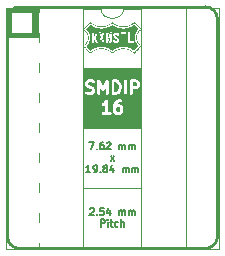
<source format=gto>
G04 #@! TF.GenerationSoftware,KiCad,Pcbnew,9.0.6*
G04 #@! TF.CreationDate,2026-01-08T00:16:10-06:00*
G04 #@! TF.ProjectId,SMDIP-16_7.62x19.84_P2.54,534d4449-502d-4313-965f-372e36327831,rev?*
G04 #@! TF.SameCoordinates,Original*
G04 #@! TF.FileFunction,Legend,Top*
G04 #@! TF.FilePolarity,Positive*
%FSLAX46Y46*%
G04 Gerber Fmt 4.6, Leading zero omitted, Abs format (unit mm)*
G04 Created by KiCad (PCBNEW 9.0.6) date 2026-01-08 00:16:10*
%MOMM*%
%LPD*%
G01*
G04 APERTURE LIST*
%ADD10C,0.250000*%
%ADD11C,0.100000*%
%ADD12C,0.150000*%
%ADD13C,0.120000*%
%ADD14C,0.000000*%
%ADD15R,1.700000X1.700000*%
%ADD16C,1.700000*%
%ADD17R,2.880000X1.700000*%
G04 APERTURE END LIST*
D10*
X125730000Y-88567547D02*
G75*
G02*
X126730000Y-87567500I1000000J47D01*
G01*
D11*
X132207000Y-92710000D02*
X137065226Y-92710000D01*
X137065226Y-93599000D01*
X132207000Y-93599000D01*
X132207000Y-92710000D01*
G36*
X132207000Y-92710000D02*
G01*
X137065226Y-92710000D01*
X137065226Y-93599000D01*
X132207000Y-93599000D01*
X132207000Y-92710000D01*
G37*
X132207000Y-97790000D02*
X137065226Y-97790000D01*
D10*
X126730000Y-108012453D02*
G75*
G02*
X125729947Y-107012453I0J1000053D01*
G01*
X143510000Y-88567547D02*
X143510000Y-107012453D01*
D11*
X132207000Y-96774000D02*
X137065226Y-96774000D01*
X137065226Y-97790000D01*
X132207000Y-97790000D01*
X132207000Y-96774000D01*
G36*
X132207000Y-96774000D02*
G01*
X137065226Y-96774000D01*
X137065226Y-97790000D01*
X132207000Y-97790000D01*
X132207000Y-96774000D01*
G37*
X132207000Y-92710000D02*
X137033000Y-92710000D01*
D10*
X142510000Y-108012453D02*
X126730000Y-108012453D01*
X126730000Y-87567547D02*
X142510000Y-87567547D01*
D11*
X132207000Y-102870000D02*
X137033000Y-102870000D01*
D10*
X142510000Y-87567547D02*
G75*
G02*
X143510053Y-88567547I0J-1000053D01*
G01*
X143510000Y-107012453D02*
G75*
G02*
X142510000Y-108012500I-1000000J-47D01*
G01*
X125730000Y-107012453D02*
X125730000Y-88567547D01*
G36*
X135245955Y-96070702D02*
G01*
X135267268Y-96092016D01*
X135295000Y-96147479D01*
X135295000Y-96338462D01*
X135267268Y-96393925D01*
X135245955Y-96415239D01*
X135190492Y-96442971D01*
X135049509Y-96442971D01*
X134994045Y-96415239D01*
X134972731Y-96393926D01*
X134945000Y-96338463D01*
X134945000Y-96147479D01*
X134972731Y-96092015D01*
X134994045Y-96070702D01*
X135049509Y-96042971D01*
X135190492Y-96042971D01*
X135245955Y-96070702D01*
G37*
G36*
X135002477Y-93986783D02*
G01*
X135067268Y-94051575D01*
X135102059Y-94121158D01*
X135145000Y-94292919D01*
X135145000Y-94412141D01*
X135102059Y-94583901D01*
X135067268Y-94653484D01*
X135002477Y-94718276D01*
X134899717Y-94752530D01*
X134795000Y-94752530D01*
X134795000Y-93952530D01*
X134899717Y-93952530D01*
X135002477Y-93986783D01*
G37*
G36*
X136645955Y-93980261D02*
G01*
X136667268Y-94001575D01*
X136695000Y-94057038D01*
X136695000Y-94148021D01*
X136667268Y-94203484D01*
X136645955Y-94224798D01*
X136590492Y-94252530D01*
X136345000Y-94252530D01*
X136345000Y-93952530D01*
X136590492Y-93952530D01*
X136645955Y-93980261D01*
G37*
G36*
X137070000Y-96817971D02*
G01*
X132170000Y-96817971D01*
X132170000Y-95802337D01*
X133695981Y-95802337D01*
X133699439Y-95850987D01*
X133721251Y-95894610D01*
X133758096Y-95926566D01*
X133804366Y-95941990D01*
X133853016Y-95938532D01*
X133875902Y-95929774D01*
X133975901Y-95879775D01*
X133986399Y-95873165D01*
X133989446Y-95871904D01*
X133992877Y-95869088D01*
X133995000Y-95867751D01*
X133995000Y-96442971D01*
X133820000Y-96442971D01*
X133795614Y-96445373D01*
X133750554Y-96464037D01*
X133716066Y-96498525D01*
X133697402Y-96543585D01*
X133697402Y-96592357D01*
X133716066Y-96637417D01*
X133750554Y-96671905D01*
X133795614Y-96690569D01*
X133820000Y-96692971D01*
X134420000Y-96692971D01*
X134444386Y-96690569D01*
X134489446Y-96671905D01*
X134523934Y-96637417D01*
X134542598Y-96592357D01*
X134542598Y-96543585D01*
X134523934Y-96498525D01*
X134489446Y-96464037D01*
X134444386Y-96445373D01*
X134420000Y-96442971D01*
X134245000Y-96442971D01*
X134245000Y-95967971D01*
X134695000Y-95967971D01*
X134695000Y-96367971D01*
X134697402Y-96392357D01*
X134699120Y-96396505D01*
X134699439Y-96400987D01*
X134708197Y-96423873D01*
X134758196Y-96523872D01*
X134764805Y-96534370D01*
X134766067Y-96537417D01*
X134768882Y-96540848D01*
X134771251Y-96544610D01*
X134773745Y-96546773D01*
X134781612Y-96556359D01*
X134831612Y-96606360D01*
X134841200Y-96614228D01*
X134843361Y-96616720D01*
X134847117Y-96619084D01*
X134850554Y-96621905D01*
X134853605Y-96623168D01*
X134864098Y-96629774D01*
X134964098Y-96679774D01*
X134986984Y-96688532D01*
X134991464Y-96688850D01*
X134995614Y-96690569D01*
X135020000Y-96692971D01*
X135220000Y-96692971D01*
X135244386Y-96690569D01*
X135248534Y-96688850D01*
X135253016Y-96688532D01*
X135275902Y-96679774D01*
X135375901Y-96629775D01*
X135386399Y-96623165D01*
X135389446Y-96621904D01*
X135392877Y-96619088D01*
X135396639Y-96616720D01*
X135398802Y-96614225D01*
X135408388Y-96606359D01*
X135458389Y-96556359D01*
X135466257Y-96546770D01*
X135468749Y-96544610D01*
X135471113Y-96540853D01*
X135473934Y-96537417D01*
X135475197Y-96534365D01*
X135481803Y-96523873D01*
X135531803Y-96423873D01*
X135540561Y-96400987D01*
X135540879Y-96396506D01*
X135542598Y-96392357D01*
X135545000Y-96367971D01*
X135545000Y-96117971D01*
X135542598Y-96093585D01*
X135540879Y-96089435D01*
X135540561Y-96084955D01*
X135531803Y-96062069D01*
X135481803Y-95962069D01*
X135475197Y-95951576D01*
X135473934Y-95948525D01*
X135471113Y-95945088D01*
X135468749Y-95941332D01*
X135466257Y-95939171D01*
X135458389Y-95929583D01*
X135408388Y-95879583D01*
X135398802Y-95871716D01*
X135396639Y-95869222D01*
X135392877Y-95866853D01*
X135389446Y-95864038D01*
X135386399Y-95862776D01*
X135375901Y-95856167D01*
X135275902Y-95806168D01*
X135253016Y-95797410D01*
X135248534Y-95797091D01*
X135244386Y-95795373D01*
X135220000Y-95792971D01*
X135020000Y-95792971D01*
X135002409Y-95794703D01*
X135067142Y-95697604D01*
X135094045Y-95670702D01*
X135149509Y-95642971D01*
X135320000Y-95642971D01*
X135344386Y-95640569D01*
X135389446Y-95621905D01*
X135423934Y-95587417D01*
X135442598Y-95542357D01*
X135442598Y-95493585D01*
X135423934Y-95448525D01*
X135389446Y-95414037D01*
X135344386Y-95395373D01*
X135320000Y-95392971D01*
X135120000Y-95392971D01*
X135095614Y-95395373D01*
X135091464Y-95397091D01*
X135086984Y-95397410D01*
X135064098Y-95406168D01*
X134964098Y-95456168D01*
X134953605Y-95462773D01*
X134950554Y-95464037D01*
X134947117Y-95466857D01*
X134943361Y-95469222D01*
X134941200Y-95471713D01*
X134931612Y-95479582D01*
X134881612Y-95529583D01*
X134881557Y-95529648D01*
X134881519Y-95529675D01*
X134873318Y-95539688D01*
X134866067Y-95548525D01*
X134866051Y-95548563D01*
X134865994Y-95548633D01*
X134765994Y-95698633D01*
X134758813Y-95712100D01*
X134756977Y-95714579D01*
X134755930Y-95717506D01*
X134754465Y-95720256D01*
X134753865Y-95723287D01*
X134748732Y-95737654D01*
X134698732Y-95937654D01*
X134698106Y-95941883D01*
X134697402Y-95943585D01*
X134696497Y-95952766D01*
X134695148Y-95961895D01*
X134695419Y-95963716D01*
X134695000Y-95967971D01*
X134245000Y-95967971D01*
X134245000Y-95517971D01*
X134244991Y-95517883D01*
X134245000Y-95517840D01*
X134244974Y-95517712D01*
X134242598Y-95493585D01*
X134237862Y-95482152D01*
X134235435Y-95470014D01*
X134228619Y-95459837D01*
X134223934Y-95448525D01*
X134215183Y-95439774D01*
X134208296Y-95429490D01*
X134198105Y-95422696D01*
X134189446Y-95414037D01*
X134178013Y-95409301D01*
X134167715Y-95402436D01*
X134155699Y-95400058D01*
X134144386Y-95395373D01*
X134132012Y-95395373D01*
X134119870Y-95392971D01*
X134107860Y-95395373D01*
X134095614Y-95395373D01*
X134084180Y-95400108D01*
X134072044Y-95402536D01*
X134061868Y-95409350D01*
X134050554Y-95414037D01*
X134041803Y-95422787D01*
X134031519Y-95429675D01*
X134016156Y-95448434D01*
X134016066Y-95448525D01*
X134016049Y-95448565D01*
X134015994Y-95448633D01*
X133922859Y-95588334D01*
X133845955Y-95665239D01*
X133764098Y-95706168D01*
X133743361Y-95719222D01*
X133711405Y-95756067D01*
X133695981Y-95802337D01*
X132170000Y-95802337D01*
X132170000Y-94027530D01*
X132295000Y-94027530D01*
X132295000Y-94127530D01*
X132297402Y-94151916D01*
X132299120Y-94156064D01*
X132299439Y-94160546D01*
X132308197Y-94183432D01*
X132358196Y-94283431D01*
X132364805Y-94293929D01*
X132366067Y-94296976D01*
X132368882Y-94300407D01*
X132371251Y-94304169D01*
X132373745Y-94306332D01*
X132381612Y-94315918D01*
X132431612Y-94365919D01*
X132441200Y-94373787D01*
X132443361Y-94376279D01*
X132447117Y-94378643D01*
X132450554Y-94381464D01*
X132453605Y-94382727D01*
X132464098Y-94389333D01*
X132564098Y-94439333D01*
X132565883Y-94440016D01*
X132566608Y-94440553D01*
X132576837Y-94444208D01*
X132586984Y-94448091D01*
X132587883Y-94448154D01*
X132589683Y-94448798D01*
X132776373Y-94495470D01*
X132845955Y-94530261D01*
X132867268Y-94551575D01*
X132895000Y-94607038D01*
X132895000Y-94648021D01*
X132867268Y-94703484D01*
X132845955Y-94724798D01*
X132790492Y-94752530D01*
X132590284Y-94752530D01*
X132459528Y-94708945D01*
X132435634Y-94703512D01*
X132386985Y-94706969D01*
X132343360Y-94728781D01*
X132311405Y-94765627D01*
X132295982Y-94811896D01*
X132299439Y-94860545D01*
X132321251Y-94904170D01*
X132358097Y-94936125D01*
X132380472Y-94946115D01*
X132530472Y-94996115D01*
X132542562Y-94998864D01*
X132545614Y-95000128D01*
X132550036Y-95000563D01*
X132554366Y-95001548D01*
X132557656Y-95001314D01*
X132570000Y-95002530D01*
X132820000Y-95002530D01*
X132844386Y-95000128D01*
X132848534Y-94998409D01*
X132853016Y-94998091D01*
X132875902Y-94989333D01*
X132975901Y-94939334D01*
X132986399Y-94932724D01*
X132989446Y-94931463D01*
X132992877Y-94928647D01*
X132996639Y-94926279D01*
X132998802Y-94923784D01*
X133008388Y-94915918D01*
X133058389Y-94865918D01*
X133066257Y-94856329D01*
X133068749Y-94854169D01*
X133071113Y-94850412D01*
X133073934Y-94846976D01*
X133075197Y-94843924D01*
X133081803Y-94833432D01*
X133131803Y-94733432D01*
X133140561Y-94710546D01*
X133140879Y-94706065D01*
X133142598Y-94701916D01*
X133145000Y-94677530D01*
X133145000Y-94577530D01*
X133142598Y-94553144D01*
X133140879Y-94548994D01*
X133140561Y-94544514D01*
X133131803Y-94521628D01*
X133081803Y-94421628D01*
X133075197Y-94411135D01*
X133073934Y-94408084D01*
X133071113Y-94404647D01*
X133068749Y-94400891D01*
X133066257Y-94398730D01*
X133058389Y-94389142D01*
X133008388Y-94339142D01*
X132998802Y-94331275D01*
X132996639Y-94328781D01*
X132992877Y-94326412D01*
X132989446Y-94323597D01*
X132986399Y-94322335D01*
X132975901Y-94315726D01*
X132875902Y-94265727D01*
X132874116Y-94265043D01*
X132873392Y-94264507D01*
X132863162Y-94260851D01*
X132853016Y-94256969D01*
X132852116Y-94256905D01*
X132850317Y-94256262D01*
X132663628Y-94209589D01*
X132594045Y-94174798D01*
X132572731Y-94153485D01*
X132545000Y-94098022D01*
X132545000Y-94057038D01*
X132572731Y-94001574D01*
X132594045Y-93980261D01*
X132649509Y-93952530D01*
X132849717Y-93952530D01*
X132980472Y-93996115D01*
X133004366Y-94001548D01*
X133053016Y-93998091D01*
X133096640Y-93976279D01*
X133128595Y-93939434D01*
X133144018Y-93893164D01*
X133140561Y-93844515D01*
X133132069Y-93827530D01*
X133345000Y-93827530D01*
X133345000Y-94877530D01*
X133347402Y-94901916D01*
X133366066Y-94946976D01*
X133400554Y-94981464D01*
X133445614Y-95000128D01*
X133494386Y-95000128D01*
X133539446Y-94981464D01*
X133573934Y-94946976D01*
X133592598Y-94901916D01*
X133595000Y-94877530D01*
X133595000Y-94390975D01*
X133706727Y-94630390D01*
X133712016Y-94639318D01*
X133713117Y-94642346D01*
X133715077Y-94644486D01*
X133719216Y-94651473D01*
X133733226Y-94664303D01*
X133746057Y-94678314D01*
X133751087Y-94680661D01*
X133755184Y-94684413D01*
X133773039Y-94690905D01*
X133790253Y-94698939D01*
X133795801Y-94699182D01*
X133801021Y-94701081D01*
X133819995Y-94700246D01*
X133838979Y-94701081D01*
X133844201Y-94699181D01*
X133849747Y-94698938D01*
X133866955Y-94690907D01*
X133884816Y-94684413D01*
X133888912Y-94680661D01*
X133893943Y-94678314D01*
X133906771Y-94664305D01*
X133920784Y-94651473D01*
X133924924Y-94644483D01*
X133926883Y-94642345D01*
X133927982Y-94639321D01*
X133933273Y-94630391D01*
X134045000Y-94390976D01*
X134045000Y-94877530D01*
X134047402Y-94901916D01*
X134066066Y-94946976D01*
X134100554Y-94981464D01*
X134145614Y-95000128D01*
X134194386Y-95000128D01*
X134239446Y-94981464D01*
X134273934Y-94946976D01*
X134292598Y-94901916D01*
X134295000Y-94877530D01*
X134295000Y-93827530D01*
X134545000Y-93827530D01*
X134545000Y-94877530D01*
X134547402Y-94901916D01*
X134566066Y-94946976D01*
X134600554Y-94981464D01*
X134645614Y-95000128D01*
X134670000Y-95002530D01*
X134920000Y-95002530D01*
X134932343Y-95001314D01*
X134935634Y-95001548D01*
X134939963Y-95000563D01*
X134944386Y-95000128D01*
X134947437Y-94998864D01*
X134959528Y-94996115D01*
X135109529Y-94946115D01*
X135131904Y-94936125D01*
X135135298Y-94933181D01*
X135139446Y-94931463D01*
X135158388Y-94915918D01*
X135258388Y-94815919D01*
X135266257Y-94806330D01*
X135268749Y-94804169D01*
X135271114Y-94800411D01*
X135273933Y-94796977D01*
X135275196Y-94793926D01*
X135281803Y-94783432D01*
X135331803Y-94683432D01*
X135332486Y-94681646D01*
X135333023Y-94680922D01*
X135336678Y-94670692D01*
X135340561Y-94660546D01*
X135340624Y-94659646D01*
X135341268Y-94657847D01*
X135391268Y-94457847D01*
X135391893Y-94453617D01*
X135392598Y-94451916D01*
X135393502Y-94442736D01*
X135394852Y-94433607D01*
X135394580Y-94431784D01*
X135395000Y-94427530D01*
X135395000Y-94277530D01*
X135394580Y-94273275D01*
X135394852Y-94271453D01*
X135393502Y-94262323D01*
X135392598Y-94253144D01*
X135391893Y-94251442D01*
X135391268Y-94247213D01*
X135341268Y-94047213D01*
X135340624Y-94045413D01*
X135340561Y-94044514D01*
X135336678Y-94034367D01*
X135333023Y-94024138D01*
X135332486Y-94023413D01*
X135331803Y-94021628D01*
X135281803Y-93921628D01*
X135275196Y-93911133D01*
X135273933Y-93908083D01*
X135271114Y-93904648D01*
X135268749Y-93900891D01*
X135266257Y-93898729D01*
X135258388Y-93889141D01*
X135196776Y-93827530D01*
X135595000Y-93827530D01*
X135595000Y-94877530D01*
X135597402Y-94901916D01*
X135616066Y-94946976D01*
X135650554Y-94981464D01*
X135695614Y-95000128D01*
X135744386Y-95000128D01*
X135789446Y-94981464D01*
X135823934Y-94946976D01*
X135842598Y-94901916D01*
X135845000Y-94877530D01*
X135845000Y-93827530D01*
X136095000Y-93827530D01*
X136095000Y-94877530D01*
X136097402Y-94901916D01*
X136116066Y-94946976D01*
X136150554Y-94981464D01*
X136195614Y-95000128D01*
X136244386Y-95000128D01*
X136289446Y-94981464D01*
X136323934Y-94946976D01*
X136342598Y-94901916D01*
X136345000Y-94877530D01*
X136345000Y-94502530D01*
X136620000Y-94502530D01*
X136644386Y-94500128D01*
X136648534Y-94498409D01*
X136653016Y-94498091D01*
X136675902Y-94489333D01*
X136775901Y-94439334D01*
X136786399Y-94432724D01*
X136789446Y-94431463D01*
X136792877Y-94428647D01*
X136796639Y-94426279D01*
X136798802Y-94423784D01*
X136808388Y-94415918D01*
X136858389Y-94365918D01*
X136866257Y-94356329D01*
X136868749Y-94354169D01*
X136871113Y-94350412D01*
X136873934Y-94346976D01*
X136875197Y-94343924D01*
X136881803Y-94333432D01*
X136931803Y-94233432D01*
X136940561Y-94210546D01*
X136940879Y-94206065D01*
X136942598Y-94201916D01*
X136945000Y-94177530D01*
X136945000Y-94027530D01*
X136942598Y-94003144D01*
X136940879Y-93998994D01*
X136940561Y-93994514D01*
X136931803Y-93971628D01*
X136881803Y-93871628D01*
X136875197Y-93861135D01*
X136873934Y-93858084D01*
X136871113Y-93854647D01*
X136868749Y-93850891D01*
X136866257Y-93848730D01*
X136858389Y-93839142D01*
X136808388Y-93789142D01*
X136798802Y-93781275D01*
X136796639Y-93778781D01*
X136792877Y-93776412D01*
X136789446Y-93773597D01*
X136786399Y-93772335D01*
X136775901Y-93765726D01*
X136675902Y-93715727D01*
X136653016Y-93706969D01*
X136648534Y-93706650D01*
X136644386Y-93704932D01*
X136620000Y-93702530D01*
X136220000Y-93702530D01*
X136195614Y-93704932D01*
X136150554Y-93723596D01*
X136116066Y-93758084D01*
X136097402Y-93803144D01*
X136095000Y-93827530D01*
X135845000Y-93827530D01*
X135842598Y-93803144D01*
X135823934Y-93758084D01*
X135789446Y-93723596D01*
X135744386Y-93704932D01*
X135695614Y-93704932D01*
X135650554Y-93723596D01*
X135616066Y-93758084D01*
X135597402Y-93803144D01*
X135595000Y-93827530D01*
X135196776Y-93827530D01*
X135158388Y-93789142D01*
X135139446Y-93773597D01*
X135135298Y-93771878D01*
X135131904Y-93768935D01*
X135109529Y-93758945D01*
X134959528Y-93708945D01*
X134947437Y-93706195D01*
X134944386Y-93704932D01*
X134939963Y-93704496D01*
X134935634Y-93703512D01*
X134932343Y-93703745D01*
X134920000Y-93702530D01*
X134670000Y-93702530D01*
X134645614Y-93704932D01*
X134600554Y-93723596D01*
X134566066Y-93758084D01*
X134547402Y-93803144D01*
X134545000Y-93827530D01*
X134295000Y-93827530D01*
X134293421Y-93811502D01*
X134293551Y-93808552D01*
X134292974Y-93806966D01*
X134292598Y-93803144D01*
X134284295Y-93783100D01*
X134276883Y-93762715D01*
X134275000Y-93760659D01*
X134273934Y-93758084D01*
X134258591Y-93742741D01*
X134243943Y-93726746D01*
X134241417Y-93725567D01*
X134239446Y-93723596D01*
X134219396Y-93715291D01*
X134199747Y-93706122D01*
X134196963Y-93705999D01*
X134194386Y-93704932D01*
X134172690Y-93704932D01*
X134151021Y-93703979D01*
X134148400Y-93704932D01*
X134145614Y-93704932D01*
X134125577Y-93713231D01*
X134105184Y-93720647D01*
X134103128Y-93722529D01*
X134100554Y-93723596D01*
X134085216Y-93738933D01*
X134069216Y-93753587D01*
X134067258Y-93756891D01*
X134066066Y-93758084D01*
X134064935Y-93760812D01*
X134056727Y-93774670D01*
X133820000Y-94281941D01*
X133583273Y-93774669D01*
X133575063Y-93760811D01*
X133573934Y-93758084D01*
X133572741Y-93756891D01*
X133570784Y-93753587D01*
X133554783Y-93738933D01*
X133539446Y-93723596D01*
X133536871Y-93722529D01*
X133534816Y-93720647D01*
X133514422Y-93713231D01*
X133494386Y-93704932D01*
X133491600Y-93704932D01*
X133488979Y-93703979D01*
X133467300Y-93704932D01*
X133445614Y-93704932D01*
X133443039Y-93705998D01*
X133440253Y-93706121D01*
X133420592Y-93715295D01*
X133400554Y-93723596D01*
X133398582Y-93725567D01*
X133396057Y-93726746D01*
X133381403Y-93742746D01*
X133366066Y-93758084D01*
X133364999Y-93760658D01*
X133363117Y-93762714D01*
X133355701Y-93783107D01*
X133347402Y-93803144D01*
X133347025Y-93806965D01*
X133346449Y-93808551D01*
X133346578Y-93811502D01*
X133345000Y-93827530D01*
X133132069Y-93827530D01*
X133118749Y-93800890D01*
X133081904Y-93768935D01*
X133059529Y-93758945D01*
X132909528Y-93708945D01*
X132897437Y-93706195D01*
X132894386Y-93704932D01*
X132889963Y-93704496D01*
X132885634Y-93703512D01*
X132882343Y-93703745D01*
X132870000Y-93702530D01*
X132620000Y-93702530D01*
X132595614Y-93704932D01*
X132591464Y-93706650D01*
X132586984Y-93706969D01*
X132564098Y-93715727D01*
X132464098Y-93765727D01*
X132453605Y-93772332D01*
X132450554Y-93773596D01*
X132447117Y-93776416D01*
X132443361Y-93778781D01*
X132441200Y-93781272D01*
X132431612Y-93789141D01*
X132381612Y-93839142D01*
X132373745Y-93848727D01*
X132371251Y-93850891D01*
X132368882Y-93854652D01*
X132366067Y-93858084D01*
X132364805Y-93861130D01*
X132358196Y-93871629D01*
X132308197Y-93971628D01*
X132299439Y-93994514D01*
X132299120Y-93998995D01*
X132297402Y-94003144D01*
X132295000Y-94027530D01*
X132170000Y-94027530D01*
X132170000Y-93577530D01*
X137070000Y-93577530D01*
X137070000Y-96817971D01*
G37*
D12*
X132705713Y-104653931D02*
X132734285Y-104625359D01*
X132734285Y-104625359D02*
X132791428Y-104596788D01*
X132791428Y-104596788D02*
X132934285Y-104596788D01*
X132934285Y-104596788D02*
X132991428Y-104625359D01*
X132991428Y-104625359D02*
X133019999Y-104653931D01*
X133019999Y-104653931D02*
X133048570Y-104711074D01*
X133048570Y-104711074D02*
X133048570Y-104768217D01*
X133048570Y-104768217D02*
X133019999Y-104853931D01*
X133019999Y-104853931D02*
X132677142Y-105196788D01*
X132677142Y-105196788D02*
X133048570Y-105196788D01*
X133305714Y-105139645D02*
X133334285Y-105168217D01*
X133334285Y-105168217D02*
X133305714Y-105196788D01*
X133305714Y-105196788D02*
X133277142Y-105168217D01*
X133277142Y-105168217D02*
X133305714Y-105139645D01*
X133305714Y-105139645D02*
X133305714Y-105196788D01*
X133877142Y-104596788D02*
X133591428Y-104596788D01*
X133591428Y-104596788D02*
X133562856Y-104882502D01*
X133562856Y-104882502D02*
X133591428Y-104853931D01*
X133591428Y-104853931D02*
X133648571Y-104825359D01*
X133648571Y-104825359D02*
X133791428Y-104825359D01*
X133791428Y-104825359D02*
X133848571Y-104853931D01*
X133848571Y-104853931D02*
X133877142Y-104882502D01*
X133877142Y-104882502D02*
X133905713Y-104939645D01*
X133905713Y-104939645D02*
X133905713Y-105082502D01*
X133905713Y-105082502D02*
X133877142Y-105139645D01*
X133877142Y-105139645D02*
X133848571Y-105168217D01*
X133848571Y-105168217D02*
X133791428Y-105196788D01*
X133791428Y-105196788D02*
X133648571Y-105196788D01*
X133648571Y-105196788D02*
X133591428Y-105168217D01*
X133591428Y-105168217D02*
X133562856Y-105139645D01*
X134420000Y-104796788D02*
X134420000Y-105196788D01*
X134277142Y-104568217D02*
X134134285Y-104996788D01*
X134134285Y-104996788D02*
X134505714Y-104996788D01*
X135191429Y-105196788D02*
X135191429Y-104796788D01*
X135191429Y-104853931D02*
X135220000Y-104825359D01*
X135220000Y-104825359D02*
X135277143Y-104796788D01*
X135277143Y-104796788D02*
X135362857Y-104796788D01*
X135362857Y-104796788D02*
X135420000Y-104825359D01*
X135420000Y-104825359D02*
X135448572Y-104882502D01*
X135448572Y-104882502D02*
X135448572Y-105196788D01*
X135448572Y-104882502D02*
X135477143Y-104825359D01*
X135477143Y-104825359D02*
X135534286Y-104796788D01*
X135534286Y-104796788D02*
X135620000Y-104796788D01*
X135620000Y-104796788D02*
X135677143Y-104825359D01*
X135677143Y-104825359D02*
X135705714Y-104882502D01*
X135705714Y-104882502D02*
X135705714Y-105196788D01*
X135991429Y-105196788D02*
X135991429Y-104796788D01*
X135991429Y-104853931D02*
X136020000Y-104825359D01*
X136020000Y-104825359D02*
X136077143Y-104796788D01*
X136077143Y-104796788D02*
X136162857Y-104796788D01*
X136162857Y-104796788D02*
X136220000Y-104825359D01*
X136220000Y-104825359D02*
X136248572Y-104882502D01*
X136248572Y-104882502D02*
X136248572Y-105196788D01*
X136248572Y-104882502D02*
X136277143Y-104825359D01*
X136277143Y-104825359D02*
X136334286Y-104796788D01*
X136334286Y-104796788D02*
X136420000Y-104796788D01*
X136420000Y-104796788D02*
X136477143Y-104825359D01*
X136477143Y-104825359D02*
X136505714Y-104882502D01*
X136505714Y-104882502D02*
X136505714Y-105196788D01*
X133620000Y-106162754D02*
X133620000Y-105562754D01*
X133620000Y-105562754D02*
X133848571Y-105562754D01*
X133848571Y-105562754D02*
X133905714Y-105591325D01*
X133905714Y-105591325D02*
X133934285Y-105619897D01*
X133934285Y-105619897D02*
X133962857Y-105677040D01*
X133962857Y-105677040D02*
X133962857Y-105762754D01*
X133962857Y-105762754D02*
X133934285Y-105819897D01*
X133934285Y-105819897D02*
X133905714Y-105848468D01*
X133905714Y-105848468D02*
X133848571Y-105877040D01*
X133848571Y-105877040D02*
X133620000Y-105877040D01*
X134220000Y-106162754D02*
X134220000Y-105762754D01*
X134220000Y-105562754D02*
X134191428Y-105591325D01*
X134191428Y-105591325D02*
X134220000Y-105619897D01*
X134220000Y-105619897D02*
X134248571Y-105591325D01*
X134248571Y-105591325D02*
X134220000Y-105562754D01*
X134220000Y-105562754D02*
X134220000Y-105619897D01*
X134419999Y-105762754D02*
X134648571Y-105762754D01*
X134505714Y-105562754D02*
X134505714Y-106077040D01*
X134505714Y-106077040D02*
X134534285Y-106134183D01*
X134534285Y-106134183D02*
X134591428Y-106162754D01*
X134591428Y-106162754D02*
X134648571Y-106162754D01*
X135105714Y-106134183D02*
X135048571Y-106162754D01*
X135048571Y-106162754D02*
X134934285Y-106162754D01*
X134934285Y-106162754D02*
X134877142Y-106134183D01*
X134877142Y-106134183D02*
X134848571Y-106105611D01*
X134848571Y-106105611D02*
X134819999Y-106048468D01*
X134819999Y-106048468D02*
X134819999Y-105877040D01*
X134819999Y-105877040D02*
X134848571Y-105819897D01*
X134848571Y-105819897D02*
X134877142Y-105791325D01*
X134877142Y-105791325D02*
X134934285Y-105762754D01*
X134934285Y-105762754D02*
X135048571Y-105762754D01*
X135048571Y-105762754D02*
X135105714Y-105791325D01*
X135362857Y-106162754D02*
X135362857Y-105562754D01*
X135620000Y-106162754D02*
X135620000Y-105848468D01*
X135620000Y-105848468D02*
X135591428Y-105791325D01*
X135591428Y-105791325D02*
X135534285Y-105762754D01*
X135534285Y-105762754D02*
X135448571Y-105762754D01*
X135448571Y-105762754D02*
X135391428Y-105791325D01*
X135391428Y-105791325D02*
X135362857Y-105819897D01*
X132677142Y-99033805D02*
X133077142Y-99033805D01*
X133077142Y-99033805D02*
X132819999Y-99633805D01*
X133305714Y-99576662D02*
X133334285Y-99605234D01*
X133334285Y-99605234D02*
X133305714Y-99633805D01*
X133305714Y-99633805D02*
X133277142Y-99605234D01*
X133277142Y-99605234D02*
X133305714Y-99576662D01*
X133305714Y-99576662D02*
X133305714Y-99633805D01*
X133848571Y-99033805D02*
X133734285Y-99033805D01*
X133734285Y-99033805D02*
X133677142Y-99062376D01*
X133677142Y-99062376D02*
X133648571Y-99090948D01*
X133648571Y-99090948D02*
X133591428Y-99176662D01*
X133591428Y-99176662D02*
X133562856Y-99290948D01*
X133562856Y-99290948D02*
X133562856Y-99519519D01*
X133562856Y-99519519D02*
X133591428Y-99576662D01*
X133591428Y-99576662D02*
X133619999Y-99605234D01*
X133619999Y-99605234D02*
X133677142Y-99633805D01*
X133677142Y-99633805D02*
X133791428Y-99633805D01*
X133791428Y-99633805D02*
X133848571Y-99605234D01*
X133848571Y-99605234D02*
X133877142Y-99576662D01*
X133877142Y-99576662D02*
X133905713Y-99519519D01*
X133905713Y-99519519D02*
X133905713Y-99376662D01*
X133905713Y-99376662D02*
X133877142Y-99319519D01*
X133877142Y-99319519D02*
X133848571Y-99290948D01*
X133848571Y-99290948D02*
X133791428Y-99262376D01*
X133791428Y-99262376D02*
X133677142Y-99262376D01*
X133677142Y-99262376D02*
X133619999Y-99290948D01*
X133619999Y-99290948D02*
X133591428Y-99319519D01*
X133591428Y-99319519D02*
X133562856Y-99376662D01*
X134134285Y-99090948D02*
X134162857Y-99062376D01*
X134162857Y-99062376D02*
X134220000Y-99033805D01*
X134220000Y-99033805D02*
X134362857Y-99033805D01*
X134362857Y-99033805D02*
X134420000Y-99062376D01*
X134420000Y-99062376D02*
X134448571Y-99090948D01*
X134448571Y-99090948D02*
X134477142Y-99148091D01*
X134477142Y-99148091D02*
X134477142Y-99205234D01*
X134477142Y-99205234D02*
X134448571Y-99290948D01*
X134448571Y-99290948D02*
X134105714Y-99633805D01*
X134105714Y-99633805D02*
X134477142Y-99633805D01*
X135191429Y-99633805D02*
X135191429Y-99233805D01*
X135191429Y-99290948D02*
X135220000Y-99262376D01*
X135220000Y-99262376D02*
X135277143Y-99233805D01*
X135277143Y-99233805D02*
X135362857Y-99233805D01*
X135362857Y-99233805D02*
X135420000Y-99262376D01*
X135420000Y-99262376D02*
X135448572Y-99319519D01*
X135448572Y-99319519D02*
X135448572Y-99633805D01*
X135448572Y-99319519D02*
X135477143Y-99262376D01*
X135477143Y-99262376D02*
X135534286Y-99233805D01*
X135534286Y-99233805D02*
X135620000Y-99233805D01*
X135620000Y-99233805D02*
X135677143Y-99262376D01*
X135677143Y-99262376D02*
X135705714Y-99319519D01*
X135705714Y-99319519D02*
X135705714Y-99633805D01*
X135991429Y-99633805D02*
X135991429Y-99233805D01*
X135991429Y-99290948D02*
X136020000Y-99262376D01*
X136020000Y-99262376D02*
X136077143Y-99233805D01*
X136077143Y-99233805D02*
X136162857Y-99233805D01*
X136162857Y-99233805D02*
X136220000Y-99262376D01*
X136220000Y-99262376D02*
X136248572Y-99319519D01*
X136248572Y-99319519D02*
X136248572Y-99633805D01*
X136248572Y-99319519D02*
X136277143Y-99262376D01*
X136277143Y-99262376D02*
X136334286Y-99233805D01*
X136334286Y-99233805D02*
X136420000Y-99233805D01*
X136420000Y-99233805D02*
X136477143Y-99262376D01*
X136477143Y-99262376D02*
X136505714Y-99319519D01*
X136505714Y-99319519D02*
X136505714Y-99633805D01*
X134462857Y-100599771D02*
X134777143Y-100199771D01*
X134462857Y-100199771D02*
X134777143Y-100599771D01*
X132762856Y-101565737D02*
X132419999Y-101565737D01*
X132591428Y-101565737D02*
X132591428Y-100965737D01*
X132591428Y-100965737D02*
X132534285Y-101051451D01*
X132534285Y-101051451D02*
X132477142Y-101108594D01*
X132477142Y-101108594D02*
X132419999Y-101137166D01*
X133048571Y-101565737D02*
X133162857Y-101565737D01*
X133162857Y-101565737D02*
X133220000Y-101537166D01*
X133220000Y-101537166D02*
X133248571Y-101508594D01*
X133248571Y-101508594D02*
X133305714Y-101422880D01*
X133305714Y-101422880D02*
X133334285Y-101308594D01*
X133334285Y-101308594D02*
X133334285Y-101080023D01*
X133334285Y-101080023D02*
X133305714Y-101022880D01*
X133305714Y-101022880D02*
X133277143Y-100994308D01*
X133277143Y-100994308D02*
X133220000Y-100965737D01*
X133220000Y-100965737D02*
X133105714Y-100965737D01*
X133105714Y-100965737D02*
X133048571Y-100994308D01*
X133048571Y-100994308D02*
X133020000Y-101022880D01*
X133020000Y-101022880D02*
X132991428Y-101080023D01*
X132991428Y-101080023D02*
X132991428Y-101222880D01*
X132991428Y-101222880D02*
X133020000Y-101280023D01*
X133020000Y-101280023D02*
X133048571Y-101308594D01*
X133048571Y-101308594D02*
X133105714Y-101337166D01*
X133105714Y-101337166D02*
X133220000Y-101337166D01*
X133220000Y-101337166D02*
X133277143Y-101308594D01*
X133277143Y-101308594D02*
X133305714Y-101280023D01*
X133305714Y-101280023D02*
X133334285Y-101222880D01*
X133591429Y-101508594D02*
X133620000Y-101537166D01*
X133620000Y-101537166D02*
X133591429Y-101565737D01*
X133591429Y-101565737D02*
X133562857Y-101537166D01*
X133562857Y-101537166D02*
X133591429Y-101508594D01*
X133591429Y-101508594D02*
X133591429Y-101565737D01*
X133962857Y-101222880D02*
X133905714Y-101194308D01*
X133905714Y-101194308D02*
X133877143Y-101165737D01*
X133877143Y-101165737D02*
X133848571Y-101108594D01*
X133848571Y-101108594D02*
X133848571Y-101080023D01*
X133848571Y-101080023D02*
X133877143Y-101022880D01*
X133877143Y-101022880D02*
X133905714Y-100994308D01*
X133905714Y-100994308D02*
X133962857Y-100965737D01*
X133962857Y-100965737D02*
X134077143Y-100965737D01*
X134077143Y-100965737D02*
X134134286Y-100994308D01*
X134134286Y-100994308D02*
X134162857Y-101022880D01*
X134162857Y-101022880D02*
X134191428Y-101080023D01*
X134191428Y-101080023D02*
X134191428Y-101108594D01*
X134191428Y-101108594D02*
X134162857Y-101165737D01*
X134162857Y-101165737D02*
X134134286Y-101194308D01*
X134134286Y-101194308D02*
X134077143Y-101222880D01*
X134077143Y-101222880D02*
X133962857Y-101222880D01*
X133962857Y-101222880D02*
X133905714Y-101251451D01*
X133905714Y-101251451D02*
X133877143Y-101280023D01*
X133877143Y-101280023D02*
X133848571Y-101337166D01*
X133848571Y-101337166D02*
X133848571Y-101451451D01*
X133848571Y-101451451D02*
X133877143Y-101508594D01*
X133877143Y-101508594D02*
X133905714Y-101537166D01*
X133905714Y-101537166D02*
X133962857Y-101565737D01*
X133962857Y-101565737D02*
X134077143Y-101565737D01*
X134077143Y-101565737D02*
X134134286Y-101537166D01*
X134134286Y-101537166D02*
X134162857Y-101508594D01*
X134162857Y-101508594D02*
X134191428Y-101451451D01*
X134191428Y-101451451D02*
X134191428Y-101337166D01*
X134191428Y-101337166D02*
X134162857Y-101280023D01*
X134162857Y-101280023D02*
X134134286Y-101251451D01*
X134134286Y-101251451D02*
X134077143Y-101222880D01*
X134705715Y-101165737D02*
X134705715Y-101565737D01*
X134562857Y-100937166D02*
X134420000Y-101365737D01*
X134420000Y-101365737D02*
X134791429Y-101365737D01*
X135477144Y-101565737D02*
X135477144Y-101165737D01*
X135477144Y-101222880D02*
X135505715Y-101194308D01*
X135505715Y-101194308D02*
X135562858Y-101165737D01*
X135562858Y-101165737D02*
X135648572Y-101165737D01*
X135648572Y-101165737D02*
X135705715Y-101194308D01*
X135705715Y-101194308D02*
X135734287Y-101251451D01*
X135734287Y-101251451D02*
X135734287Y-101565737D01*
X135734287Y-101251451D02*
X135762858Y-101194308D01*
X135762858Y-101194308D02*
X135820001Y-101165737D01*
X135820001Y-101165737D02*
X135905715Y-101165737D01*
X135905715Y-101165737D02*
X135962858Y-101194308D01*
X135962858Y-101194308D02*
X135991429Y-101251451D01*
X135991429Y-101251451D02*
X135991429Y-101565737D01*
X136277144Y-101565737D02*
X136277144Y-101165737D01*
X136277144Y-101222880D02*
X136305715Y-101194308D01*
X136305715Y-101194308D02*
X136362858Y-101165737D01*
X136362858Y-101165737D02*
X136448572Y-101165737D01*
X136448572Y-101165737D02*
X136505715Y-101194308D01*
X136505715Y-101194308D02*
X136534287Y-101251451D01*
X136534287Y-101251451D02*
X136534287Y-101565737D01*
X136534287Y-101251451D02*
X136562858Y-101194308D01*
X136562858Y-101194308D02*
X136620001Y-101165737D01*
X136620001Y-101165737D02*
X136705715Y-101165737D01*
X136705715Y-101165737D02*
X136762858Y-101194308D01*
X136762858Y-101194308D02*
X136791429Y-101251451D01*
X136791429Y-101251451D02*
X136791429Y-101565737D01*
D13*
X125615226Y-87630000D02*
X125615226Y-108060000D01*
X125615226Y-87630000D02*
X128375226Y-87630000D01*
X125615226Y-108060000D02*
X128375226Y-108060000D01*
X128375226Y-87630000D02*
X128375226Y-108060000D01*
D11*
X125615226Y-87630000D02*
X128375226Y-87630000D01*
X128375226Y-90136000D01*
X125615226Y-90136000D01*
X125615226Y-87630000D01*
G36*
X125615226Y-87630000D02*
G01*
X128375226Y-87630000D01*
X128375226Y-90136000D01*
X125615226Y-90136000D01*
X125615226Y-87630000D01*
G37*
D14*
G36*
X136476363Y-88829236D02*
G01*
X136483861Y-88838024D01*
X136491537Y-88846707D01*
X136499782Y-88855694D01*
X136508991Y-88865392D01*
X136519555Y-88876212D01*
X136531867Y-88888561D01*
X136546320Y-88902849D01*
X136559690Y-88915950D01*
X136569499Y-88925547D01*
X136581756Y-88937557D01*
X136596127Y-88951654D01*
X136612277Y-88967505D01*
X136629872Y-88984786D01*
X136648578Y-89003168D01*
X136668061Y-89022320D01*
X136687986Y-89041916D01*
X136708019Y-89061626D01*
X136727825Y-89081123D01*
X136733692Y-89086901D01*
X136755249Y-89108122D01*
X136778528Y-89131027D01*
X136803014Y-89155109D01*
X136828191Y-89179861D01*
X136853543Y-89204777D01*
X136878556Y-89229349D01*
X136902712Y-89253072D01*
X136925498Y-89275439D01*
X136946396Y-89295940D01*
X136960269Y-89309543D01*
X136984810Y-89333603D01*
X137006702Y-89355079D01*
X137026091Y-89374118D01*
X137043123Y-89390867D01*
X137057945Y-89405471D01*
X137070701Y-89418077D01*
X137081537Y-89428831D01*
X137090600Y-89437879D01*
X137098036Y-89445369D01*
X137103989Y-89451446D01*
X137108606Y-89456256D01*
X137112034Y-89459947D01*
X137114416Y-89462663D01*
X137115901Y-89464553D01*
X137116632Y-89465761D01*
X137116757Y-89466434D01*
X137116717Y-89466527D01*
X137114830Y-89468224D01*
X137110355Y-89471736D01*
X137103884Y-89476613D01*
X137096010Y-89482404D01*
X137092529Y-89484927D01*
X137082799Y-89492040D01*
X137072833Y-89499485D01*
X137063725Y-89506432D01*
X137056570Y-89512055D01*
X137055851Y-89512638D01*
X137049285Y-89517906D01*
X137040607Y-89524768D01*
X137030810Y-89532442D01*
X137020885Y-89540150D01*
X137017890Y-89542462D01*
X136977363Y-89574820D01*
X136939468Y-89607399D01*
X136904443Y-89639969D01*
X136872522Y-89672303D01*
X136843941Y-89704174D01*
X136820058Y-89733865D01*
X136790366Y-89776187D01*
X136764107Y-89820214D01*
X136741257Y-89866017D01*
X136721784Y-89913669D01*
X136705662Y-89963239D01*
X136692863Y-90014799D01*
X136683359Y-90068419D01*
X136680772Y-90087963D01*
X136679203Y-90104531D01*
X136678081Y-90123975D01*
X136677406Y-90145326D01*
X136677178Y-90167614D01*
X136677398Y-90189867D01*
X136678066Y-90211115D01*
X136679183Y-90230388D01*
X136680684Y-90246176D01*
X136688785Y-90298218D01*
X136700268Y-90348310D01*
X136715144Y-90396476D01*
X136733426Y-90442745D01*
X136755126Y-90487141D01*
X136780259Y-90529692D01*
X136808833Y-90570424D01*
X136840864Y-90609364D01*
X136860495Y-90630584D01*
X136873656Y-90643703D01*
X136889744Y-90658788D01*
X136908799Y-90675871D01*
X136930858Y-90694986D01*
X136955959Y-90716163D01*
X136984141Y-90739436D01*
X137015441Y-90764837D01*
X137049899Y-90792397D01*
X137073547Y-90811123D01*
X137084737Y-90820038D01*
X137094881Y-90828286D01*
X137103582Y-90835529D01*
X137110440Y-90841430D01*
X137115057Y-90845652D01*
X137117036Y-90847858D01*
X137117077Y-90847972D01*
X137115795Y-90849664D01*
X137111898Y-90854062D01*
X137105483Y-90861065D01*
X137096650Y-90870567D01*
X137085495Y-90882467D01*
X137072119Y-90896660D01*
X137056618Y-90913044D01*
X137039090Y-90931514D01*
X137019635Y-90951969D01*
X136998351Y-90974304D01*
X136975335Y-90998417D01*
X136950686Y-91024203D01*
X136924501Y-91051561D01*
X136896881Y-91080386D01*
X136867921Y-91110575D01*
X136837722Y-91142025D01*
X136808792Y-91172124D01*
X136779940Y-91202129D01*
X136751737Y-91231457D01*
X136724305Y-91259980D01*
X136697772Y-91287567D01*
X136672262Y-91314088D01*
X136647900Y-91339415D01*
X136624811Y-91363416D01*
X136603119Y-91385962D01*
X136582950Y-91406924D01*
X136564428Y-91426172D01*
X136547678Y-91443575D01*
X136532825Y-91459005D01*
X136519994Y-91472331D01*
X136509310Y-91483424D01*
X136500897Y-91492153D01*
X136494880Y-91498390D01*
X136491385Y-91502004D01*
X136490629Y-91502780D01*
X136481320Y-91512236D01*
X136430738Y-91471434D01*
X136406759Y-91452173D01*
X136385277Y-91435104D01*
X136365820Y-91419877D01*
X136347923Y-91406141D01*
X136331113Y-91393544D01*
X136314923Y-91381734D01*
X136298883Y-91370362D01*
X136282524Y-91359076D01*
X136265378Y-91347524D01*
X136263937Y-91346563D01*
X136212364Y-91313638D01*
X136159894Y-91282899D01*
X136106991Y-91254571D01*
X136054118Y-91228884D01*
X136001740Y-91206067D01*
X135950320Y-91186348D01*
X135914306Y-91174246D01*
X135850551Y-91156186D01*
X135785261Y-91141716D01*
X135718443Y-91130837D01*
X135650106Y-91123548D01*
X135580256Y-91119851D01*
X135508902Y-91119747D01*
X135436048Y-91123235D01*
X135400603Y-91126182D01*
X135340281Y-91133613D01*
X135279692Y-91144483D01*
X135219445Y-91158626D01*
X135160157Y-91175878D01*
X135102439Y-91196076D01*
X135046904Y-91219050D01*
X135034369Y-91224772D01*
X135024948Y-91229148D01*
X135015102Y-91233716D01*
X135006516Y-91237692D01*
X135004094Y-91238812D01*
X134977093Y-91252046D01*
X134947904Y-91267743D01*
X134917053Y-91285554D01*
X134885063Y-91305130D01*
X134852460Y-91326123D01*
X134819770Y-91348185D01*
X134787518Y-91370968D01*
X134756227Y-91394124D01*
X134726426Y-91417304D01*
X134698639Y-91440161D01*
X134692551Y-91445367D01*
X134684411Y-91452386D01*
X134674275Y-91461125D01*
X134663108Y-91470758D01*
X134651868Y-91480452D01*
X134644233Y-91487041D01*
X134635125Y-91494746D01*
X134626826Y-91501477D01*
X134619852Y-91506840D01*
X134614722Y-91510435D01*
X134611951Y-91511870D01*
X134611841Y-91511879D01*
X134608657Y-91510241D01*
X134604291Y-91505723D01*
X134600670Y-91500896D01*
X134594929Y-91493730D01*
X134586129Y-91484419D01*
X134574394Y-91473078D01*
X134559848Y-91459825D01*
X134542618Y-91444776D01*
X134522826Y-91428047D01*
X134521633Y-91427054D01*
X134463612Y-91380976D01*
X134404827Y-91338704D01*
X134345202Y-91300205D01*
X134284669Y-91265441D01*
X134223154Y-91234375D01*
X134160585Y-91206972D01*
X134096889Y-91183195D01*
X134031994Y-91163007D01*
X133965828Y-91146372D01*
X133963276Y-91145807D01*
X133903077Y-91134241D01*
X133840886Y-91125556D01*
X133777389Y-91119788D01*
X133713268Y-91116972D01*
X133649208Y-91117142D01*
X133585893Y-91120335D01*
X133543066Y-91124309D01*
X133475437Y-91133768D01*
X133408534Y-91147055D01*
X133342410Y-91164150D01*
X133277121Y-91185032D01*
X133212718Y-91209680D01*
X133149259Y-91238074D01*
X133086796Y-91270193D01*
X133025384Y-91306017D01*
X132973695Y-91339607D01*
X132958239Y-91350246D01*
X132943574Y-91360590D01*
X132929101Y-91371086D01*
X132914224Y-91382182D01*
X132898344Y-91394324D01*
X132880865Y-91407960D01*
X132861190Y-91423538D01*
X132854548Y-91428834D01*
X132835137Y-91444302D01*
X132817254Y-91458492D01*
X132801132Y-91471223D01*
X132787003Y-91482310D01*
X132775101Y-91491573D01*
X132765659Y-91498828D01*
X132758911Y-91503891D01*
X132756743Y-91505457D01*
X132750741Y-91509699D01*
X132606344Y-91358112D01*
X132568362Y-91318238D01*
X132532926Y-91281032D01*
X132499887Y-91246337D01*
X132469093Y-91213994D01*
X132440394Y-91183845D01*
X132413641Y-91155731D01*
X132388682Y-91129494D01*
X132365369Y-91104976D01*
X132343550Y-91082019D01*
X132323075Y-91060464D01*
X132303795Y-91040153D01*
X132285559Y-91020929D01*
X132268216Y-91002631D01*
X132251618Y-90985103D01*
X132235612Y-90968186D01*
X132220050Y-90951721D01*
X132204781Y-90935551D01*
X132189655Y-90919517D01*
X132174521Y-90903461D01*
X132159230Y-90887225D01*
X132143632Y-90870649D01*
X132128552Y-90854615D01*
X132205415Y-90854615D01*
X132252502Y-90904422D01*
X132299799Y-90954420D01*
X132344954Y-91002095D01*
X132388487Y-91047987D01*
X132430910Y-91092638D01*
X132472739Y-91136591D01*
X132514487Y-91180386D01*
X132556672Y-91224566D01*
X132599808Y-91269672D01*
X132600626Y-91270525D01*
X132619414Y-91290160D01*
X132637683Y-91309255D01*
X132655216Y-91327588D01*
X132671803Y-91344935D01*
X132687230Y-91361073D01*
X132701281Y-91375777D01*
X132713744Y-91388824D01*
X132724406Y-91399991D01*
X132733051Y-91409054D01*
X132739467Y-91415790D01*
X132743439Y-91419974D01*
X132743942Y-91420505D01*
X132750465Y-91427291D01*
X132754963Y-91431538D01*
X132757984Y-91433645D01*
X132760074Y-91434013D01*
X132761473Y-91433301D01*
X132764061Y-91431157D01*
X132768965Y-91427014D01*
X132775540Y-91421421D01*
X132783139Y-91414927D01*
X132785160Y-91413195D01*
X132845485Y-91363754D01*
X132906705Y-91318110D01*
X132968844Y-91276254D01*
X133031926Y-91238174D01*
X133095973Y-91203860D01*
X133161010Y-91173302D01*
X133227060Y-91146490D01*
X133294147Y-91123413D01*
X133362293Y-91104058D01*
X133431523Y-91088419D01*
X133501859Y-91076484D01*
X133558692Y-91069619D01*
X133631080Y-91064231D01*
X133702504Y-91062584D01*
X133773003Y-91064694D01*
X133842616Y-91070566D01*
X133911383Y-91080214D01*
X133979342Y-91093648D01*
X134046533Y-91110877D01*
X134112995Y-91131913D01*
X134178768Y-91156769D01*
X134243889Y-91185453D01*
X134308399Y-91217978D01*
X134372337Y-91254350D01*
X134435742Y-91294585D01*
X134472811Y-91320064D01*
X134495274Y-91336288D01*
X134519067Y-91354092D01*
X134543228Y-91372724D01*
X134566795Y-91391432D01*
X134588806Y-91409466D01*
X134605329Y-91423494D01*
X134619675Y-91435917D01*
X134625172Y-91431415D01*
X134628323Y-91428799D01*
X134633910Y-91424126D01*
X134641386Y-91417856D01*
X134650199Y-91410449D01*
X134659801Y-91402368D01*
X134661610Y-91400844D01*
X134695025Y-91373595D01*
X134730767Y-91346105D01*
X134767910Y-91319033D01*
X134805525Y-91293037D01*
X134842684Y-91268774D01*
X134878458Y-91246900D01*
X134881039Y-91245386D01*
X134911616Y-91228213D01*
X134944744Y-91210883D01*
X134979497Y-91193821D01*
X135014953Y-91177453D01*
X135050185Y-91162207D01*
X135084269Y-91148507D01*
X135116280Y-91136780D01*
X135118359Y-91136064D01*
X135186441Y-91114776D01*
X135255185Y-91097333D01*
X135324611Y-91083732D01*
X135394738Y-91073970D01*
X135465591Y-91068044D01*
X135537190Y-91065950D01*
X135588167Y-91066778D01*
X135657442Y-91070949D01*
X135725601Y-91078629D01*
X135792776Y-91089861D01*
X135859099Y-91104687D01*
X135924701Y-91123149D01*
X135989714Y-91145289D01*
X136054270Y-91171149D01*
X136118500Y-91200773D01*
X136182537Y-91234202D01*
X136246511Y-91271479D01*
X136269033Y-91285520D01*
X136312946Y-91314327D01*
X136356335Y-91344786D01*
X136400051Y-91377513D01*
X136438171Y-91407628D01*
X136472748Y-91435564D01*
X136494986Y-91412683D01*
X136499556Y-91407954D01*
X136506596Y-91400634D01*
X136515879Y-91390960D01*
X136527179Y-91379169D01*
X136540268Y-91365497D01*
X136554922Y-91350180D01*
X136570914Y-91333456D01*
X136588017Y-91315561D01*
X136606004Y-91296731D01*
X136624650Y-91277204D01*
X136643728Y-91257215D01*
X136648611Y-91252097D01*
X136671838Y-91227757D01*
X136692582Y-91206027D01*
X136711055Y-91186689D01*
X136727467Y-91169524D01*
X136742030Y-91154314D01*
X136754955Y-91140840D01*
X136766454Y-91128885D01*
X136776738Y-91118229D01*
X136786018Y-91108655D01*
X136794506Y-91099943D01*
X136802413Y-91091876D01*
X136809951Y-91084235D01*
X136817328Y-91076801D01*
X136824761Y-91069356D01*
X136832457Y-91061682D01*
X136840628Y-91053560D01*
X136842108Y-91052091D01*
X136850176Y-91044010D01*
X136857185Y-91036846D01*
X136862699Y-91031058D01*
X136866279Y-91027107D01*
X136867490Y-91025468D01*
X136868809Y-91023742D01*
X136872518Y-91019648D01*
X136878241Y-91013581D01*
X136885603Y-91005934D01*
X136894231Y-90997102D01*
X136901183Y-90990061D01*
X136911036Y-90980086D01*
X136922952Y-90967962D01*
X136936284Y-90954345D01*
X136950384Y-90939903D01*
X136964606Y-90925296D01*
X136978303Y-90911187D01*
X136984250Y-90905046D01*
X137033621Y-90854007D01*
X137026287Y-90847963D01*
X137021709Y-90844430D01*
X137018322Y-90842252D01*
X137017407Y-90841915D01*
X137015386Y-90840710D01*
X137011109Y-90837443D01*
X137005244Y-90832644D01*
X136999785Y-90827994D01*
X136992826Y-90822079D01*
X136983685Y-90814470D01*
X136973246Y-90805894D01*
X136962391Y-90797077D01*
X136954409Y-90790665D01*
X136945177Y-90783215D01*
X136936973Y-90776456D01*
X136930303Y-90770814D01*
X136925669Y-90766717D01*
X136923576Y-90764589D01*
X136923548Y-90764545D01*
X136920576Y-90762117D01*
X136919154Y-90761834D01*
X136916616Y-90760858D01*
X136916321Y-90760083D01*
X136914916Y-90758234D01*
X136911068Y-90754392D01*
X136905320Y-90749074D01*
X136898224Y-90742800D01*
X136896300Y-90741140D01*
X136867642Y-90715843D01*
X136841945Y-90691626D01*
X136818648Y-90667888D01*
X136797189Y-90644020D01*
X136777006Y-90619416D01*
X136757539Y-90593470D01*
X136750880Y-90584088D01*
X136724204Y-90542903D01*
X136700253Y-90499574D01*
X136679194Y-90454552D01*
X136661191Y-90408288D01*
X136646409Y-90361234D01*
X136635015Y-90313840D01*
X136627172Y-90266557D01*
X136624235Y-90238363D01*
X136621870Y-90202270D01*
X136620843Y-90168968D01*
X136621155Y-90137584D01*
X136622808Y-90107240D01*
X136624365Y-90089917D01*
X136625779Y-90076515D01*
X136626923Y-90066569D01*
X136627848Y-90059639D01*
X136627997Y-90058665D01*
X136628714Y-90053796D01*
X136629642Y-90047121D01*
X136630058Y-90044015D01*
X136631847Y-90032569D01*
X136634470Y-90018488D01*
X136637686Y-90002893D01*
X136641257Y-89986905D01*
X136644945Y-89971647D01*
X136647836Y-89960652D01*
X136663826Y-89908901D01*
X136682649Y-89859655D01*
X136704475Y-89812561D01*
X136729475Y-89767263D01*
X136757820Y-89723408D01*
X136771081Y-89704903D01*
X136776163Y-89697890D01*
X136780239Y-89692022D01*
X136782827Y-89688010D01*
X136783500Y-89686628D01*
X136784884Y-89684533D01*
X136788227Y-89681463D01*
X136788383Y-89681339D01*
X136791796Y-89678076D01*
X136793265Y-89675525D01*
X136793266Y-89675480D01*
X136794665Y-89672968D01*
X136798041Y-89669705D01*
X136798150Y-89669620D01*
X136801570Y-89666267D01*
X136803032Y-89663519D01*
X136803033Y-89663479D01*
X136804446Y-89660956D01*
X136808004Y-89657300D01*
X136809869Y-89655725D01*
X136814009Y-89652028D01*
X136816438Y-89649097D01*
X136816706Y-89648354D01*
X136818037Y-89646491D01*
X136821743Y-89642345D01*
X136827387Y-89636353D01*
X136834536Y-89628949D01*
X136842753Y-89620569D01*
X136851606Y-89611646D01*
X136860658Y-89602614D01*
X136869475Y-89593908D01*
X136877622Y-89585962D01*
X136884665Y-89579211D01*
X136890168Y-89574090D01*
X136893696Y-89571032D01*
X136894764Y-89570353D01*
X136896944Y-89568948D01*
X136900498Y-89565353D01*
X136902883Y-89562540D01*
X136906918Y-89558068D01*
X136910314Y-89555240D01*
X136911591Y-89554727D01*
X136914318Y-89553343D01*
X136918030Y-89549916D01*
X136918951Y-89548868D01*
X136922565Y-89545111D01*
X136925375Y-89543110D01*
X136925819Y-89543008D01*
X136928271Y-89541611D01*
X136931507Y-89538240D01*
X136931598Y-89538125D01*
X136934660Y-89534730D01*
X136936777Y-89533244D01*
X136936825Y-89533242D01*
X136938808Y-89532088D01*
X136943165Y-89528949D01*
X136949244Y-89524311D01*
X136956076Y-89518912D01*
X136964639Y-89512118D01*
X136973506Y-89505207D01*
X136981439Y-89499140D01*
X136985700Y-89495961D01*
X136992221Y-89491072D01*
X137000562Y-89484666D01*
X137009506Y-89477683D01*
X137015694Y-89472779D01*
X137033929Y-89458217D01*
X137009800Y-89434690D01*
X137004784Y-89429786D01*
X136997232Y-89422387D01*
X136987392Y-89412732D01*
X136975511Y-89401067D01*
X136961836Y-89387635D01*
X136946616Y-89372678D01*
X136930096Y-89356441D01*
X136912529Y-89339167D01*
X136894157Y-89321099D01*
X136875230Y-89302480D01*
X136858640Y-89286156D01*
X136839007Y-89266844D01*
X136818335Y-89246530D01*
X136796819Y-89225402D01*
X136774650Y-89203648D01*
X136752021Y-89181454D01*
X136729122Y-89159011D01*
X136706147Y-89136502D01*
X136683286Y-89114120D01*
X136660734Y-89092050D01*
X136638682Y-89070479D01*
X136617320Y-89049596D01*
X136596842Y-89029589D01*
X136577440Y-89010646D01*
X136559306Y-88992954D01*
X136542631Y-88976700D01*
X136527609Y-88962073D01*
X136514430Y-88949261D01*
X136503287Y-88938451D01*
X136494373Y-88929829D01*
X136487878Y-88923588D01*
X136484225Y-88920124D01*
X136478135Y-88914710D01*
X136473861Y-88911716D01*
X136470591Y-88910675D01*
X136468235Y-88910912D01*
X136465113Y-88912577D01*
X136459720Y-88916360D01*
X136452698Y-88921773D01*
X136444688Y-88928333D01*
X136440627Y-88931793D01*
X136385313Y-88976993D01*
X136327321Y-89019481D01*
X136266892Y-89059129D01*
X136204269Y-89095816D01*
X136139696Y-89129421D01*
X136073415Y-89159819D01*
X136005669Y-89186888D01*
X135936701Y-89210507D01*
X135866753Y-89230551D01*
X135832270Y-89239014D01*
X135780612Y-89249807D01*
X135728869Y-89258183D01*
X135676279Y-89264224D01*
X135622084Y-89268012D01*
X135565522Y-89269632D01*
X135551002Y-89269707D01*
X135494646Y-89268776D01*
X135440515Y-89265806D01*
X135387599Y-89260678D01*
X135334889Y-89253271D01*
X135281375Y-89243465D01*
X135226047Y-89231138D01*
X135223275Y-89230467D01*
X135209632Y-89227039D01*
X135194776Y-89223102D01*
X135179174Y-89218798D01*
X135163291Y-89214269D01*
X135147595Y-89209658D01*
X135132552Y-89205108D01*
X135118630Y-89200761D01*
X135106292Y-89196759D01*
X135096007Y-89193247D01*
X135088241Y-89190365D01*
X135083462Y-89188256D01*
X135082151Y-89187331D01*
X135079788Y-89186034D01*
X135074858Y-89184467D01*
X135070920Y-89183517D01*
X135065249Y-89181996D01*
X135061552Y-89180417D01*
X135060738Y-89179543D01*
X135059065Y-89178196D01*
X135055855Y-89177751D01*
X135052183Y-89177167D01*
X135050972Y-89176048D01*
X135049245Y-89174707D01*
X135044934Y-89173423D01*
X135043159Y-89173095D01*
X135038274Y-89171887D01*
X135035550Y-89170385D01*
X135035346Y-89169915D01*
X135033678Y-89168449D01*
X135030602Y-89167985D01*
X135025647Y-89166815D01*
X135022929Y-89165056D01*
X135019066Y-89162621D01*
X135016790Y-89162125D01*
X135012820Y-89160821D01*
X135010651Y-89159195D01*
X135006420Y-89156857D01*
X135002978Y-89156266D01*
X134999373Y-89155688D01*
X134998234Y-89154626D01*
X134996599Y-89152678D01*
X134992726Y-89150517D01*
X134988169Y-89148885D01*
X134985307Y-89148452D01*
X134981546Y-89147158D01*
X134979399Y-89145523D01*
X134975139Y-89143157D01*
X134971865Y-89142593D01*
X134967121Y-89141558D01*
X134964680Y-89140042D01*
X134962285Y-89138479D01*
X134956909Y-89135422D01*
X134949049Y-89131143D01*
X134939208Y-89125910D01*
X134927889Y-89119994D01*
X134918151Y-89114974D01*
X134872737Y-89090834D01*
X134829629Y-89066056D01*
X134787990Y-89040093D01*
X134746982Y-89012403D01*
X134705769Y-88982437D01*
X134663512Y-88949654D01*
X134660954Y-88947608D01*
X134647336Y-88936860D01*
X134636274Y-88928531D01*
X134627422Y-88922420D01*
X134620434Y-88918333D01*
X134614962Y-88916072D01*
X134610660Y-88915440D01*
X134607183Y-88916239D01*
X134606474Y-88916599D01*
X134603816Y-88918526D01*
X134598823Y-88922533D01*
X134592097Y-88928121D01*
X134584241Y-88934794D01*
X134579831Y-88938594D01*
X134537918Y-88973080D01*
X134492573Y-89006960D01*
X134444262Y-89039946D01*
X134393446Y-89071751D01*
X134340590Y-89102087D01*
X134286155Y-89130665D01*
X134230606Y-89157197D01*
X134222096Y-89161033D01*
X134163792Y-89185397D01*
X134103458Y-89207345D01*
X134041862Y-89226654D01*
X133979771Y-89243098D01*
X133917952Y-89256455D01*
X133864375Y-89265478D01*
X133846530Y-89268011D01*
X133830604Y-89270119D01*
X133815976Y-89271839D01*
X133802021Y-89273211D01*
X133788118Y-89274272D01*
X133773644Y-89275060D01*
X133757976Y-89275613D01*
X133740491Y-89275971D01*
X133720565Y-89276170D01*
X133697578Y-89276250D01*
X133688583Y-89276256D01*
X133665457Y-89276227D01*
X133645749Y-89276119D01*
X133628971Y-89275919D01*
X133614634Y-89275612D01*
X133602252Y-89275185D01*
X133591336Y-89274624D01*
X133581395Y-89273914D01*
X133571945Y-89273042D01*
X133570412Y-89272883D01*
X133507960Y-89265050D01*
X133447081Y-89254894D01*
X133388544Y-89242550D01*
X133370959Y-89238292D01*
X133355186Y-89234267D01*
X133340075Y-89230259D01*
X133326107Y-89226406D01*
X133313761Y-89222850D01*
X133303517Y-89219729D01*
X133295854Y-89217186D01*
X133291252Y-89215356D01*
X133290219Y-89214726D01*
X133286879Y-89213227D01*
X133284219Y-89212910D01*
X133280001Y-89212305D01*
X133274133Y-89210783D01*
X133267946Y-89208777D01*
X133262766Y-89206723D01*
X133259923Y-89205055D01*
X133259812Y-89204917D01*
X133257573Y-89203744D01*
X133252508Y-89201954D01*
X133245580Y-89199877D01*
X133243243Y-89199237D01*
X133235939Y-89197135D01*
X133230203Y-89195213D01*
X133227000Y-89193804D01*
X133226675Y-89193527D01*
X133224256Y-89192204D01*
X133219556Y-89190883D01*
X133218339Y-89190640D01*
X133213643Y-89189340D01*
X133211141Y-89187797D01*
X133211015Y-89187429D01*
X133209343Y-89186027D01*
X133206132Y-89185564D01*
X133202461Y-89184895D01*
X133201249Y-89183611D01*
X133199577Y-89182143D01*
X133196365Y-89181658D01*
X133192695Y-89180990D01*
X133191481Y-89179704D01*
X133189811Y-89178236D01*
X133186600Y-89177751D01*
X133182928Y-89177082D01*
X133181716Y-89175798D01*
X133180045Y-89174330D01*
X133176833Y-89173845D01*
X133173161Y-89173264D01*
X133171950Y-89172152D01*
X133170284Y-89170519D01*
X133166075Y-89168214D01*
X133160504Y-89165741D01*
X133154754Y-89163603D01*
X133150006Y-89162303D01*
X133148413Y-89162125D01*
X133145121Y-89161351D01*
X133144279Y-89160521D01*
X133142409Y-89159244D01*
X133137519Y-89156535D01*
X133130109Y-89152654D01*
X133120680Y-89147861D01*
X133109734Y-89142415D01*
X133102942Y-89139086D01*
X133046667Y-89110279D01*
X132992533Y-89079687D01*
X132939868Y-89046879D01*
X132888003Y-89011425D01*
X132836266Y-88972895D01*
X132802787Y-88946318D01*
X132791062Y-88936875D01*
X132781847Y-88929727D01*
X132774679Y-88924635D01*
X132769093Y-88921362D01*
X132764625Y-88919670D01*
X132760811Y-88919320D01*
X132757188Y-88920077D01*
X132754068Y-88921339D01*
X132751834Y-88923009D01*
X132747250Y-88927062D01*
X132740286Y-88933528D01*
X132730912Y-88942435D01*
X132719101Y-88953812D01*
X132704821Y-88967687D01*
X132688044Y-88984090D01*
X132668741Y-89003049D01*
X132646882Y-89024593D01*
X132622437Y-89048751D01*
X132595378Y-89075552D01*
X132565674Y-89105024D01*
X132533297Y-89137197D01*
X132498217Y-89172098D01*
X132476275Y-89193949D01*
X132206070Y-89463091D01*
X132214860Y-89468585D01*
X132220109Y-89472295D01*
X132227099Y-89477818D01*
X132234743Y-89484276D01*
X132239275Y-89488312D01*
X132244951Y-89493419D01*
X132253011Y-89500584D01*
X132262888Y-89509307D01*
X132274015Y-89519087D01*
X132285822Y-89529426D01*
X132297744Y-89539822D01*
X132297796Y-89539867D01*
X132319659Y-89558991D01*
X132338854Y-89576029D01*
X132355750Y-89591354D01*
X132370717Y-89605337D01*
X132384123Y-89618350D01*
X132396338Y-89630764D01*
X132407730Y-89642952D01*
X132418670Y-89655285D01*
X132429526Y-89668135D01*
X132440667Y-89681874D01*
X132447935Y-89691073D01*
X132457740Y-89704022D01*
X132468736Y-89719280D01*
X132480328Y-89735966D01*
X132491922Y-89753193D01*
X132502921Y-89770077D01*
X132512733Y-89785732D01*
X132520761Y-89799274D01*
X132521275Y-89800180D01*
X132545322Y-89846562D01*
X132565947Y-89894419D01*
X132583048Y-89943437D01*
X132596527Y-89993299D01*
X132606284Y-90043690D01*
X132611560Y-90086527D01*
X132612318Y-90098198D01*
X132612800Y-90112848D01*
X132613022Y-90129706D01*
X132612997Y-90148003D01*
X132612741Y-90166968D01*
X132612268Y-90185829D01*
X132611592Y-90203817D01*
X132610728Y-90220161D01*
X132609690Y-90234090D01*
X132608580Y-90244223D01*
X132600878Y-90291151D01*
X132590819Y-90337643D01*
X132578593Y-90383066D01*
X132564388Y-90426790D01*
X132548393Y-90468183D01*
X132530796Y-90506616D01*
X132529162Y-90509865D01*
X132509361Y-90546054D01*
X132487012Y-90581418D01*
X132461938Y-90616157D01*
X132433959Y-90650476D01*
X132402898Y-90684577D01*
X132368578Y-90718662D01*
X132330820Y-90752934D01*
X132289446Y-90787596D01*
X132275379Y-90798830D01*
X132266293Y-90806076D01*
X132258245Y-90812626D01*
X132251752Y-90818046D01*
X132247333Y-90821906D01*
X132245526Y-90823734D01*
X132242876Y-90826043D01*
X132241797Y-90826290D01*
X132239062Y-90827458D01*
X132234213Y-90830542D01*
X132228100Y-90834917D01*
X132221573Y-90839953D01*
X132215483Y-90845024D01*
X132211603Y-90848579D01*
X132205415Y-90854615D01*
X132128552Y-90854615D01*
X132127575Y-90853576D01*
X132127445Y-90853438D01*
X132117159Y-90842498D01*
X132152825Y-90817393D01*
X132179709Y-90798303D01*
X132203760Y-90780850D01*
X132225480Y-90764639D01*
X132245372Y-90749277D01*
X132263938Y-90734367D01*
X132281681Y-90719515D01*
X132299105Y-90704327D01*
X132314176Y-90690732D01*
X132354775Y-90651256D01*
X132391699Y-90610469D01*
X132424965Y-90568340D01*
X132454589Y-90524842D01*
X132480585Y-90479944D01*
X132502971Y-90433619D01*
X132521761Y-90385834D01*
X132536972Y-90336566D01*
X132548618Y-90285782D01*
X132555136Y-90245858D01*
X132556945Y-90229174D01*
X132558301Y-90209696D01*
X132559201Y-90188329D01*
X132559638Y-90165976D01*
X132559609Y-90143541D01*
X132559110Y-90121930D01*
X132558133Y-90102046D01*
X132556676Y-90084794D01*
X132556003Y-90079174D01*
X132547014Y-90025598D01*
X132534403Y-89973482D01*
X132518186Y-89922860D01*
X132498377Y-89873766D01*
X132474992Y-89826234D01*
X132448047Y-89780297D01*
X132417556Y-89735991D01*
X132383534Y-89693348D01*
X132382809Y-89692502D01*
X132363216Y-89670385D01*
X132342722Y-89648693D01*
X132320983Y-89627119D01*
X132297655Y-89605353D01*
X132272393Y-89583087D01*
X132244854Y-89560012D01*
X132214693Y-89535820D01*
X132181565Y-89510202D01*
X132168262Y-89500130D01*
X132128501Y-89470184D01*
X132198537Y-89400487D01*
X132207585Y-89391481D01*
X132219203Y-89379912D01*
X132233195Y-89365976D01*
X132249364Y-89349870D01*
X132267513Y-89331788D01*
X132287447Y-89311927D01*
X132308968Y-89290483D01*
X132331881Y-89267651D01*
X132355988Y-89243626D01*
X132381094Y-89218606D01*
X132407002Y-89192785D01*
X132433515Y-89166359D01*
X132460438Y-89139525D01*
X132487573Y-89112477D01*
X132514724Y-89085411D01*
X132515069Y-89085068D01*
X132761563Y-88839345D01*
X132769271Y-88845941D01*
X132783337Y-88857940D01*
X132797420Y-88869884D01*
X132811032Y-88881368D01*
X132823686Y-88891980D01*
X132834896Y-88901313D01*
X132844173Y-88908959D01*
X132851031Y-88914508D01*
X132851618Y-88914973D01*
X132862073Y-88923238D01*
X132870378Y-88929755D01*
X132877428Y-88935205D01*
X132884120Y-88940264D01*
X132891353Y-88945613D01*
X132900021Y-88951929D01*
X132910215Y-88959307D01*
X132971061Y-89001251D01*
X133032280Y-89039353D01*
X133094021Y-89073671D01*
X133156437Y-89104261D01*
X133219678Y-89131184D01*
X133283898Y-89154497D01*
X133349243Y-89174258D01*
X133415868Y-89190524D01*
X133483922Y-89203354D01*
X133553560Y-89212806D01*
X133577248Y-89215225D01*
X133587709Y-89215970D01*
X133601467Y-89216590D01*
X133617917Y-89217085D01*
X133636453Y-89217454D01*
X133656466Y-89217697D01*
X133677354Y-89217815D01*
X133698505Y-89217808D01*
X133719317Y-89217674D01*
X133739182Y-89217415D01*
X133757493Y-89217031D01*
X133773645Y-89216521D01*
X133787029Y-89215885D01*
X133796013Y-89215225D01*
X133866907Y-89206798D01*
X133935977Y-89194973D01*
X134003437Y-89179681D01*
X134069504Y-89160853D01*
X134134396Y-89138421D01*
X134198329Y-89112314D01*
X134261522Y-89082466D01*
X134324189Y-89048806D01*
X134328566Y-89046302D01*
X134372677Y-89019807D01*
X134417718Y-88990531D01*
X134462825Y-88959106D01*
X134507136Y-88926166D01*
X134549785Y-88892342D01*
X134589911Y-88858267D01*
X134609656Y-88840508D01*
X134614656Y-88835913D01*
X134666300Y-88879244D01*
X134686363Y-88895978D01*
X134704124Y-88910553D01*
X134720182Y-88923425D01*
X134735137Y-88935052D01*
X134749587Y-88945892D01*
X134764132Y-88956403D01*
X134779369Y-88967042D01*
X134795898Y-88978264D01*
X134796073Y-88978382D01*
X134852878Y-89014838D01*
X134909597Y-89047803D01*
X134966884Y-89077626D01*
X135025392Y-89104652D01*
X135064167Y-89120796D01*
X135127483Y-89144327D01*
X135191064Y-89164405D01*
X135255362Y-89181135D01*
X135320832Y-89194619D01*
X135387929Y-89204963D01*
X135457104Y-89212271D01*
X135467013Y-89213059D01*
X135480812Y-89213881D01*
X135497699Y-89214512D01*
X135516862Y-89214952D01*
X135537487Y-89215201D01*
X135558762Y-89215259D01*
X135579872Y-89215126D01*
X135600005Y-89214802D01*
X135618346Y-89214286D01*
X135634085Y-89213579D01*
X135641828Y-89213073D01*
X135710853Y-89205954D01*
X135778908Y-89195182D01*
X135846069Y-89180728D01*
X135912415Y-89162566D01*
X135978022Y-89140668D01*
X136042968Y-89115004D01*
X136107329Y-89085552D01*
X136171183Y-89052279D01*
X136234606Y-89015160D01*
X136283469Y-88983757D01*
X136297004Y-88974490D01*
X136311128Y-88964341D01*
X136326263Y-88952988D01*
X136342830Y-88940104D01*
X136361250Y-88925367D01*
X136381943Y-88908449D01*
X136391661Y-88900413D01*
X136402989Y-88891032D01*
X136413591Y-88882287D01*
X136423017Y-88874544D01*
X136430824Y-88868166D01*
X136436566Y-88863519D01*
X136439801Y-88860965D01*
X136439984Y-88860828D01*
X136443521Y-88857566D01*
X136448621Y-88852051D01*
X136454501Y-88845156D01*
X136458555Y-88840114D01*
X136471558Y-88823515D01*
X136476363Y-88829236D01*
G37*
G36*
X134623388Y-89068325D02*
G01*
X134628418Y-89071737D01*
X134635648Y-89076861D01*
X134644623Y-89083374D01*
X134654888Y-89090948D01*
X134664229Y-89097930D01*
X134727887Y-89143485D01*
X134792803Y-89185344D01*
X134858998Y-89223518D01*
X134926497Y-89258016D01*
X134995325Y-89288852D01*
X135065504Y-89316033D01*
X135137059Y-89339572D01*
X135210013Y-89359480D01*
X135276312Y-89374186D01*
X135288598Y-89376482D01*
X135300475Y-89378446D01*
X135311049Y-89379947D01*
X135319422Y-89380859D01*
X135323938Y-89381075D01*
X135330261Y-89381260D01*
X135334673Y-89381884D01*
X135336146Y-89382710D01*
X135337957Y-89384447D01*
X135342830Y-89385868D01*
X135349924Y-89386804D01*
X135358397Y-89387091D01*
X135358439Y-89387091D01*
X135363707Y-89387270D01*
X135371971Y-89387834D01*
X135382350Y-89388712D01*
X135393961Y-89389828D01*
X135402556Y-89390736D01*
X135415783Y-89392119D01*
X135429636Y-89393450D01*
X135442830Y-89394612D01*
X135454085Y-89395491D01*
X135458712Y-89395796D01*
X135467446Y-89396412D01*
X135474536Y-89397097D01*
X135479200Y-89397763D01*
X135480681Y-89398273D01*
X135482493Y-89398707D01*
X135487382Y-89398942D01*
X135494523Y-89398955D01*
X135500214Y-89398826D01*
X135508410Y-89398715D01*
X135514913Y-89398909D01*
X135518899Y-89399365D01*
X135519750Y-89399803D01*
X135521618Y-89400231D01*
X135526878Y-89400615D01*
X135535020Y-89400939D01*
X135545530Y-89401190D01*
X135557895Y-89401347D01*
X135570532Y-89401398D01*
X135584156Y-89401345D01*
X135596399Y-89401192D01*
X135606750Y-89400957D01*
X135614691Y-89400654D01*
X135619715Y-89400297D01*
X135621317Y-89399933D01*
X135623104Y-89399201D01*
X135627793Y-89398676D01*
X135634383Y-89398468D01*
X135634603Y-89398468D01*
X135652912Y-89397992D01*
X135674358Y-89396622D01*
X135698291Y-89394442D01*
X135724064Y-89391541D01*
X135751032Y-89388001D01*
X135778545Y-89383912D01*
X135805959Y-89379357D01*
X135832625Y-89374422D01*
X135857897Y-89369194D01*
X135861882Y-89368310D01*
X135929536Y-89351203D01*
X135996997Y-89330263D01*
X136064113Y-89305561D01*
X136130735Y-89277170D01*
X136196711Y-89245163D01*
X136261896Y-89209612D01*
X136326135Y-89170590D01*
X136389279Y-89128169D01*
X136446978Y-89085663D01*
X136457409Y-89077980D01*
X136465252Y-89073003D01*
X136470669Y-89070661D01*
X136473827Y-89070885D01*
X136474887Y-89073604D01*
X136474887Y-89073737D01*
X136476248Y-89075524D01*
X136480230Y-89079915D01*
X136486686Y-89086761D01*
X136495469Y-89095910D01*
X136506431Y-89107214D01*
X136519425Y-89120520D01*
X136534302Y-89135680D01*
X136550915Y-89152540D01*
X136569116Y-89170954D01*
X136588758Y-89190769D01*
X136609694Y-89211835D01*
X136631774Y-89234003D01*
X136654852Y-89257121D01*
X136661708Y-89263979D01*
X136691491Y-89293788D01*
X136718530Y-89320903D01*
X136742867Y-89345366D01*
X136764544Y-89367221D01*
X136783603Y-89386511D01*
X136800087Y-89403278D01*
X136814038Y-89417568D01*
X136825498Y-89429422D01*
X136834509Y-89438883D01*
X136841115Y-89445995D01*
X136845356Y-89450802D01*
X136847274Y-89453346D01*
X136847398Y-89453751D01*
X136845184Y-89456127D01*
X136840495Y-89459470D01*
X136834664Y-89462880D01*
X136830174Y-89465639D01*
X136824801Y-89469683D01*
X136818215Y-89475311D01*
X136810085Y-89482819D01*
X136800082Y-89492505D01*
X136787878Y-89504667D01*
X136783134Y-89509455D01*
X136765938Y-89526968D01*
X136751029Y-89542437D01*
X136737842Y-89556491D01*
X136725811Y-89569755D01*
X136714373Y-89582856D01*
X136702961Y-89596422D01*
X136691011Y-89611079D01*
X136686859Y-89616255D01*
X136655942Y-89656839D01*
X136628448Y-89697118D01*
X136604011Y-89737756D01*
X136582271Y-89779418D01*
X136562863Y-89822770D01*
X136545425Y-89868475D01*
X136539180Y-89886779D01*
X136527187Y-89924855D01*
X136517261Y-89960606D01*
X136509248Y-89994925D01*
X136502992Y-90028702D01*
X136498338Y-90062826D01*
X136495131Y-90098188D01*
X136493215Y-90135675D01*
X136492745Y-90152911D01*
X136492483Y-90167963D01*
X136492348Y-90181589D01*
X136492337Y-90193329D01*
X136492444Y-90202725D01*
X136492668Y-90209320D01*
X136493006Y-90212655D01*
X136493174Y-90212973D01*
X136493882Y-90214757D01*
X136494190Y-90219467D01*
X136494044Y-90226137D01*
X136493987Y-90227131D01*
X136493868Y-90235477D01*
X136494282Y-90245960D01*
X136495145Y-90256864D01*
X136495700Y-90261802D01*
X136504096Y-90313147D01*
X136516289Y-90364568D01*
X136532182Y-90415865D01*
X136551676Y-90466834D01*
X136574671Y-90517275D01*
X136601072Y-90566985D01*
X136630776Y-90615759D01*
X136663688Y-90663401D01*
X136699707Y-90709703D01*
X136732972Y-90748167D01*
X136745200Y-90761544D01*
X136756584Y-90773806D01*
X136766851Y-90784671D01*
X136775724Y-90793857D01*
X136782932Y-90801079D01*
X136788197Y-90806055D01*
X136791246Y-90808503D01*
X136791765Y-90808711D01*
X136793723Y-90810030D01*
X136797864Y-90813657D01*
X136803651Y-90819096D01*
X136810548Y-90825851D01*
X136813452Y-90828765D01*
X136821254Y-90836504D01*
X136828763Y-90843704D01*
X136835233Y-90849668D01*
X136839923Y-90853695D01*
X136840744Y-90854328D01*
X136845013Y-90858084D01*
X136847389Y-90861345D01*
X136847579Y-90862446D01*
X136846152Y-90864327D01*
X136842276Y-90868754D01*
X136836209Y-90875451D01*
X136828204Y-90884142D01*
X136818518Y-90894553D01*
X136807405Y-90906408D01*
X136795120Y-90919432D01*
X136781922Y-90933349D01*
X136777531Y-90937963D01*
X136762916Y-90953318D01*
X136748164Y-90968843D01*
X136733682Y-90984106D01*
X136719877Y-90998676D01*
X136707158Y-91012123D01*
X136695933Y-91024016D01*
X136686608Y-91033925D01*
X136679868Y-91041122D01*
X136671588Y-91049983D01*
X136661189Y-91061081D01*
X136649236Y-91073815D01*
X136636295Y-91087584D01*
X136622932Y-91101787D01*
X136609710Y-91115821D01*
X136601848Y-91124156D01*
X136588666Y-91138156D01*
X136574711Y-91153028D01*
X136560609Y-91168104D01*
X136546986Y-91182713D01*
X136534467Y-91196183D01*
X136523681Y-91207843D01*
X136518886Y-91213054D01*
X136509567Y-91223157D01*
X136500913Y-91232447D01*
X136493341Y-91240487D01*
X136487263Y-91246841D01*
X136483092Y-91251072D01*
X136481465Y-91252586D01*
X136475432Y-91255218D01*
X136467531Y-91256004D01*
X136463562Y-91255852D01*
X136459947Y-91255168D01*
X136456001Y-91253613D01*
X136451044Y-91250848D01*
X136444391Y-91246531D01*
X136435361Y-91240324D01*
X136433657Y-91239138D01*
X136387730Y-91207686D01*
X136344025Y-91178928D01*
X136302152Y-91152653D01*
X136261721Y-91128648D01*
X136222346Y-91106704D01*
X136183634Y-91086607D01*
X136145195Y-91068148D01*
X136106640Y-91051113D01*
X136067582Y-91035292D01*
X136037199Y-91023907D01*
X135967671Y-91000694D01*
X135897447Y-90981211D01*
X135826436Y-90965445D01*
X135754546Y-90953387D01*
X135681685Y-90945025D01*
X135607759Y-90940348D01*
X135532678Y-90939345D01*
X135456350Y-90942004D01*
X135396696Y-90946539D01*
X135324678Y-90955224D01*
X135253365Y-90967738D01*
X135182816Y-90984058D01*
X135113091Y-91004160D01*
X135044248Y-91028022D01*
X134976345Y-91055620D01*
X134909442Y-91086930D01*
X134843598Y-91121930D01*
X134778870Y-91160595D01*
X134715320Y-91202903D01*
X134672700Y-91233822D01*
X134658731Y-91244108D01*
X134647265Y-91252030D01*
X134637844Y-91257776D01*
X134630015Y-91261537D01*
X134623324Y-91263500D01*
X134617314Y-91263856D01*
X134611533Y-91262794D01*
X134607034Y-91261165D01*
X134603586Y-91259231D01*
X134597578Y-91255360D01*
X134589588Y-91249945D01*
X134580190Y-91243376D01*
X134569965Y-91236048D01*
X134567374Y-91234165D01*
X134505760Y-91190984D01*
X134444399Y-91151561D01*
X134383066Y-91115774D01*
X134321537Y-91083504D01*
X134259584Y-91054629D01*
X134196985Y-91029031D01*
X134153261Y-91013203D01*
X134091857Y-90993933D01*
X134028132Y-90977400D01*
X133962612Y-90963669D01*
X133895823Y-90952804D01*
X133828293Y-90944871D01*
X133760548Y-90939934D01*
X133693113Y-90938057D01*
X133626518Y-90939305D01*
X133576021Y-90942446D01*
X133503012Y-90950315D01*
X133431136Y-90961870D01*
X133360287Y-90977142D01*
X133290356Y-90996161D01*
X133221234Y-91018957D01*
X133152813Y-91045563D01*
X133084984Y-91076007D01*
X133060061Y-91088228D01*
X133046459Y-91095084D01*
X133033761Y-91101571D01*
X133021694Y-91107854D01*
X133009984Y-91114099D01*
X132998356Y-91120470D01*
X132986537Y-91127132D01*
X132974252Y-91134251D01*
X132961227Y-91141993D01*
X132947189Y-91150520D01*
X132931863Y-91160000D01*
X132914974Y-91170598D01*
X132896249Y-91182479D01*
X132875414Y-91195808D01*
X132852195Y-91210748D01*
X132826317Y-91227467D01*
X132797507Y-91246129D01*
X132790904Y-91250410D01*
X132782787Y-91255523D01*
X132775650Y-91259737D01*
X132770230Y-91262638D01*
X132767262Y-91263810D01*
X132767154Y-91263817D01*
X132765177Y-91262444D01*
X132760827Y-91258524D01*
X132754407Y-91252360D01*
X132746218Y-91244250D01*
X132736566Y-91234497D01*
X132725750Y-91223401D01*
X132714073Y-91211263D01*
X132709696Y-91206674D01*
X132692939Y-91189059D01*
X132677800Y-91173123D01*
X132663941Y-91158513D01*
X132651038Y-91144874D01*
X132638762Y-91131855D01*
X132626780Y-91119103D01*
X132614764Y-91106265D01*
X132602384Y-91092988D01*
X132589310Y-91078919D01*
X132575213Y-91063704D01*
X132559764Y-91046992D01*
X132542630Y-91028430D01*
X132523485Y-91007665D01*
X132504034Y-90986553D01*
X132497489Y-90979475D01*
X132488794Y-90970111D01*
X132478472Y-90959024D01*
X132467046Y-90946775D01*
X132455041Y-90933926D01*
X132442981Y-90921038D01*
X132438018Y-90915742D01*
X132427271Y-90904200D01*
X132417431Y-90893482D01*
X132408809Y-90883940D01*
X132401714Y-90875920D01*
X132396454Y-90869774D01*
X132393344Y-90865848D01*
X132392605Y-90864571D01*
X132394007Y-90862402D01*
X132397874Y-90858204D01*
X132403700Y-90852480D01*
X132410980Y-90845737D01*
X132415556Y-90841658D01*
X132429072Y-90829444D01*
X132444174Y-90815237D01*
X132460156Y-90799746D01*
X132476317Y-90783672D01*
X132491951Y-90767720D01*
X132506356Y-90752594D01*
X132518828Y-90738997D01*
X132523669Y-90733511D01*
X132562031Y-90686706D01*
X132596618Y-90638943D01*
X132605331Y-90625160D01*
X133478686Y-90625160D01*
X133541404Y-90624643D01*
X133604123Y-90624129D01*
X133660636Y-90471776D01*
X133669295Y-90448458D01*
X133677588Y-90426192D01*
X133685408Y-90405250D01*
X133692653Y-90385905D01*
X133699222Y-90368429D01*
X133705009Y-90353095D01*
X133709915Y-90340176D01*
X133713833Y-90329945D01*
X133716664Y-90322673D01*
X133718303Y-90318634D01*
X133718668Y-90317879D01*
X133719580Y-90319378D01*
X133721660Y-90324242D01*
X133724788Y-90332150D01*
X133728844Y-90342779D01*
X133733707Y-90355808D01*
X133739257Y-90370914D01*
X133745373Y-90387775D01*
X133751934Y-90406069D01*
X133757036Y-90420425D01*
X133764553Y-90441654D01*
X133772242Y-90463366D01*
X133779901Y-90484986D01*
X133787326Y-90505941D01*
X133794313Y-90525657D01*
X133800660Y-90543559D01*
X133806163Y-90559075D01*
X133810618Y-90571630D01*
X133811574Y-90574322D01*
X133829263Y-90624129D01*
X133887490Y-90624647D01*
X133904099Y-90624783D01*
X133917204Y-90624849D01*
X133927208Y-90624823D01*
X133934514Y-90624686D01*
X133939523Y-90624417D01*
X133942640Y-90623995D01*
X133944264Y-90623400D01*
X133944801Y-90622610D01*
X133944687Y-90621717D01*
X133943986Y-90619461D01*
X133942188Y-90613700D01*
X133939361Y-90604655D01*
X133935575Y-90592551D01*
X133930901Y-90577608D01*
X133925407Y-90560049D01*
X133919162Y-90540098D01*
X133912238Y-90517975D01*
X133904703Y-90493905D01*
X133896627Y-90468109D01*
X133888080Y-90440808D01*
X133879130Y-90412229D01*
X133869849Y-90382590D01*
X133867393Y-90374746D01*
X133858047Y-90344882D01*
X133849030Y-90316020D01*
X133840410Y-90288388D01*
X133832257Y-90262204D01*
X133824638Y-90237692D01*
X133818685Y-90218499D01*
X133817622Y-90215073D01*
X133811278Y-90194569D01*
X133806410Y-90178789D01*
X134083139Y-90178789D01*
X134083139Y-90218499D01*
X134083145Y-90254510D01*
X134083163Y-90287028D01*
X134083199Y-90316262D01*
X134083259Y-90342417D01*
X134083349Y-90365701D01*
X134083475Y-90386322D01*
X134083644Y-90404487D01*
X134083862Y-90420402D01*
X134084136Y-90434276D01*
X134084470Y-90446313D01*
X134084872Y-90456723D01*
X134085348Y-90465712D01*
X134085904Y-90473487D01*
X134086546Y-90480257D01*
X134087280Y-90486226D01*
X134088114Y-90491603D01*
X134089052Y-90496597D01*
X134090100Y-90501411D01*
X134091267Y-90506255D01*
X134092556Y-90511336D01*
X134093183Y-90513771D01*
X134096378Y-90524386D01*
X134100678Y-90536300D01*
X134105300Y-90547392D01*
X134106663Y-90550305D01*
X134110303Y-90557973D01*
X134113191Y-90564335D01*
X134114964Y-90568577D01*
X134115344Y-90569837D01*
X134114669Y-90572135D01*
X134112832Y-90577365D01*
X134110090Y-90584819D01*
X134106700Y-90593790D01*
X134105578Y-90596717D01*
X134102043Y-90606007D01*
X134099082Y-90613993D01*
X134096949Y-90619970D01*
X134095900Y-90623229D01*
X134095835Y-90623574D01*
X134097693Y-90623973D01*
X134102887Y-90624308D01*
X134110848Y-90624582D01*
X134121002Y-90624792D01*
X134132784Y-90624940D01*
X134145622Y-90625024D01*
X134158946Y-90625046D01*
X134172185Y-90625003D01*
X134184771Y-90624898D01*
X134196131Y-90624728D01*
X134205698Y-90624494D01*
X134212901Y-90624196D01*
X134217170Y-90623834D01*
X134218056Y-90623611D01*
X134219209Y-90621527D01*
X134221440Y-90616450D01*
X134224487Y-90609058D01*
X134228088Y-90600031D01*
X134231984Y-90590042D01*
X134235914Y-90579773D01*
X134239616Y-90569901D01*
X134242829Y-90561104D01*
X134245294Y-90554058D01*
X134246749Y-90549443D01*
X134246998Y-90548387D01*
X134248207Y-90544888D01*
X134249737Y-90541752D01*
X134251848Y-90536912D01*
X134252668Y-90533939D01*
X134254086Y-90529370D01*
X134255598Y-90526126D01*
X134257709Y-90521286D01*
X134258528Y-90518313D01*
X134259936Y-90513788D01*
X134261537Y-90510352D01*
X134262898Y-90507110D01*
X134262667Y-90505958D01*
X134262632Y-90504749D01*
X134263814Y-90503028D01*
X134265258Y-90500660D01*
X134264985Y-90500098D01*
X134264977Y-90498723D01*
X134266647Y-90495638D01*
X134269175Y-90490780D01*
X134270305Y-90487336D01*
X134271500Y-90482548D01*
X134272158Y-90480566D01*
X134273325Y-90477277D01*
X134275279Y-90471561D01*
X134277437Y-90465124D01*
X134278556Y-90461993D01*
X134280935Y-90455516D01*
X134284457Y-90446001D01*
X134289006Y-90433764D01*
X134294465Y-90419109D01*
X134300718Y-90402351D01*
X134307650Y-90383798D01*
X134315141Y-90363761D01*
X134323079Y-90342550D01*
X134331345Y-90320476D01*
X134339823Y-90297849D01*
X134348397Y-90274978D01*
X134356951Y-90252175D01*
X134365368Y-90229751D01*
X134373531Y-90208012D01*
X134381327Y-90187273D01*
X134388636Y-90167842D01*
X134395343Y-90150031D01*
X134401331Y-90134148D01*
X134406485Y-90120505D01*
X134410687Y-90109412D01*
X134413822Y-90101178D01*
X134415773Y-90096115D01*
X134416296Y-90094800D01*
X134416536Y-90096109D01*
X134416756Y-90101050D01*
X134416954Y-90109350D01*
X134417129Y-90120735D01*
X134417278Y-90134929D01*
X134417399Y-90151660D01*
X134417492Y-90170652D01*
X134417550Y-90191633D01*
X134417576Y-90214328D01*
X134417565Y-90238463D01*
X134417531Y-90257896D01*
X134417144Y-90424898D01*
X134412521Y-90433688D01*
X134407287Y-90442477D01*
X134401696Y-90448949D01*
X134395025Y-90453476D01*
X134386551Y-90456432D01*
X134375551Y-90458191D01*
X134363457Y-90459032D01*
X134341020Y-90460057D01*
X134315172Y-90529397D01*
X134309130Y-90545606D01*
X134303320Y-90561193D01*
X134297931Y-90575654D01*
X134293153Y-90588479D01*
X134289173Y-90599161D01*
X134286181Y-90607198D01*
X134284368Y-90612070D01*
X134279413Y-90625402D01*
X134351208Y-90624638D01*
X134372126Y-90624380D01*
X134389617Y-90624046D01*
X134404165Y-90623569D01*
X134416248Y-90622882D01*
X134426347Y-90621917D01*
X134434944Y-90620606D01*
X134442520Y-90618883D01*
X134449554Y-90616681D01*
X134456529Y-90613931D01*
X134463924Y-90610567D01*
X134468903Y-90608157D01*
X134484437Y-90598597D01*
X134499046Y-90585865D01*
X134512025Y-90570692D01*
X134522671Y-90553806D01*
X134524166Y-90550882D01*
X134532451Y-90531134D01*
X134539421Y-90508192D01*
X134544915Y-90482596D01*
X134545293Y-90480408D01*
X134545640Y-90476415D01*
X134545975Y-90468792D01*
X134546295Y-90457814D01*
X134546599Y-90443759D01*
X134546889Y-90426901D01*
X134547050Y-90415345D01*
X134547160Y-90407518D01*
X134547414Y-90385885D01*
X134547619Y-90365274D01*
X134707201Y-90365274D01*
X134707201Y-90415346D01*
X134707373Y-90437623D01*
X134707933Y-90456624D01*
X134708945Y-90472960D01*
X134710470Y-90487246D01*
X134712574Y-90500097D01*
X134715321Y-90512128D01*
X134718267Y-90522361D01*
X134727343Y-90545665D01*
X134739065Y-90566260D01*
X134753328Y-90584026D01*
X134770025Y-90598846D01*
X134789049Y-90610603D01*
X134804050Y-90617078D01*
X134813764Y-90620204D01*
X134824501Y-90623051D01*
X134833976Y-90625018D01*
X134834162Y-90625049D01*
X134841637Y-90626267D01*
X134847822Y-90627298D01*
X134851508Y-90627941D01*
X134851741Y-90627985D01*
X134855298Y-90628283D01*
X134862255Y-90628516D01*
X134872106Y-90628687D01*
X134884344Y-90628800D01*
X134898464Y-90628859D01*
X134913958Y-90628862D01*
X134930322Y-90628818D01*
X134947049Y-90628725D01*
X134963632Y-90628588D01*
X134979566Y-90628411D01*
X134994346Y-90628196D01*
X135007460Y-90627945D01*
X135018410Y-90627661D01*
X135026685Y-90627350D01*
X135031780Y-90627012D01*
X135032394Y-90626938D01*
X135056639Y-90621802D01*
X135078668Y-90613451D01*
X135098478Y-90601886D01*
X135116068Y-90587110D01*
X135131434Y-90569126D01*
X135144573Y-90547938D01*
X135155483Y-90523547D01*
X135164161Y-90495959D01*
X135166909Y-90484472D01*
X135170670Y-90465423D01*
X135173332Y-90446967D01*
X135175015Y-90427878D01*
X135175841Y-90406935D01*
X135175974Y-90392258D01*
X135175333Y-90365392D01*
X135173311Y-90341605D01*
X135169745Y-90320267D01*
X135164473Y-90300740D01*
X135157330Y-90282398D01*
X135148154Y-90264605D01*
X135139465Y-90250677D01*
X135130695Y-90238128D01*
X135121568Y-90226352D01*
X135111763Y-90215078D01*
X135100958Y-90204033D01*
X135088831Y-90192947D01*
X135075059Y-90181548D01*
X135059322Y-90169565D01*
X135041296Y-90156727D01*
X135020661Y-90142761D01*
X134997094Y-90127396D01*
X134981259Y-90117296D01*
X134954101Y-90099212D01*
X134929628Y-90081113D01*
X134908004Y-90063161D01*
X134889391Y-90045519D01*
X134873952Y-90028346D01*
X134861850Y-90011806D01*
X134853247Y-89996059D01*
X134849790Y-89986918D01*
X134847751Y-89978878D01*
X134846518Y-89970046D01*
X134845954Y-89959215D01*
X134845882Y-89951956D01*
X134845882Y-89929648D01*
X134854521Y-89921007D01*
X134858618Y-89917120D01*
X134862640Y-89913971D01*
X134867037Y-89911493D01*
X134872259Y-89909610D01*
X134878757Y-89908250D01*
X134886980Y-89907340D01*
X134897378Y-89906808D01*
X134910400Y-89906582D01*
X134926497Y-89906586D01*
X134942864Y-89906717D01*
X135001164Y-89907288D01*
X135010091Y-89913489D01*
X135019397Y-89922296D01*
X135026953Y-89934543D01*
X135032733Y-89950165D01*
X135036711Y-89969098D01*
X135038532Y-89985906D01*
X135039829Y-90003974D01*
X135107904Y-90003974D01*
X135175979Y-90003974D01*
X135175968Y-89953678D01*
X135175818Y-89931978D01*
X135175372Y-89913957D01*
X135174621Y-89899397D01*
X135173557Y-89888082D01*
X135173105Y-89884826D01*
X135167333Y-89856627D01*
X135159131Y-89831468D01*
X135148464Y-89809303D01*
X135135297Y-89790087D01*
X135119595Y-89773773D01*
X135101324Y-89760316D01*
X135080449Y-89749669D01*
X135066598Y-89744593D01*
X135059835Y-89742473D01*
X135053696Y-89740708D01*
X135047752Y-89739262D01*
X135041572Y-89738107D01*
X135034725Y-89737208D01*
X135026781Y-89736534D01*
X135017310Y-89736052D01*
X135005882Y-89735730D01*
X134992067Y-89735537D01*
X134975434Y-89735439D01*
X134955553Y-89735405D01*
X134943543Y-89735403D01*
X134922329Y-89735416D01*
X134904615Y-89735471D01*
X134889991Y-89735578D01*
X134878052Y-89735752D01*
X134868389Y-89736007D01*
X134860596Y-89736357D01*
X134854264Y-89736817D01*
X134848987Y-89737400D01*
X134844356Y-89738120D01*
X134840052Y-89738972D01*
X134815220Y-89745922D01*
X134793089Y-89755519D01*
X134773617Y-89767821D01*
X134756759Y-89782887D01*
X134742473Y-89800774D01*
X134730714Y-89821540D01*
X134721439Y-89845243D01*
X134714604Y-89871940D01*
X134710167Y-89901689D01*
X134709207Y-89912360D01*
X134708326Y-89926877D01*
X134707714Y-89943201D01*
X134707372Y-89960450D01*
X134707301Y-89977742D01*
X134707501Y-89994200D01*
X134707972Y-90008941D01*
X134708714Y-90021085D01*
X134709164Y-90025708D01*
X134714084Y-90052745D01*
X134722571Y-90078906D01*
X134734665Y-90104241D01*
X134750406Y-90128803D01*
X134769836Y-90152641D01*
X134792995Y-90175811D01*
X134819923Y-90198362D01*
X134850661Y-90220347D01*
X134872591Y-90234290D01*
X134899895Y-90251168D01*
X134923960Y-90266619D01*
X134945092Y-90280862D01*
X134963594Y-90294115D01*
X134979768Y-90306600D01*
X134993921Y-90318531D01*
X135006357Y-90330132D01*
X135008153Y-90331917D01*
X135018745Y-90343132D01*
X135026731Y-90352874D01*
X135031817Y-90360788D01*
X135032081Y-90361313D01*
X135034041Y-90365495D01*
X135035437Y-90369278D01*
X135036361Y-90373430D01*
X135036910Y-90378721D01*
X135037177Y-90385919D01*
X135037258Y-90395795D01*
X135037256Y-90403308D01*
X135037009Y-90418682D01*
X135036170Y-90430717D01*
X135034523Y-90439955D01*
X135031851Y-90446944D01*
X135027942Y-90452232D01*
X135022576Y-90456364D01*
X135015537Y-90459887D01*
X135014766Y-90460213D01*
X135011852Y-90461188D01*
X135007954Y-90461984D01*
X135002619Y-90462628D01*
X134995395Y-90463152D01*
X134985831Y-90463583D01*
X134973473Y-90463952D01*
X134957871Y-90464287D01*
X134949403Y-90464439D01*
X134929786Y-90464707D01*
X134913852Y-90464766D01*
X134901383Y-90464613D01*
X134892160Y-90464244D01*
X134885966Y-90463654D01*
X134883570Y-90463180D01*
X134872821Y-90458397D01*
X134863906Y-90450402D01*
X134856794Y-90439131D01*
X134851452Y-90424520D01*
X134847848Y-90406500D01*
X134846089Y-90387786D01*
X134844904Y-90366301D01*
X134776052Y-90365787D01*
X134707201Y-90365274D01*
X134547619Y-90365274D01*
X134547649Y-90362278D01*
X134547865Y-90336973D01*
X134548060Y-90310249D01*
X134548233Y-90282379D01*
X134548384Y-90253639D01*
X134548513Y-90224307D01*
X134548616Y-90194658D01*
X134548694Y-90164969D01*
X134548748Y-90135515D01*
X134548775Y-90106572D01*
X134548773Y-90078417D01*
X134548743Y-90051327D01*
X134548684Y-90025576D01*
X134548594Y-90001441D01*
X134548473Y-89979199D01*
X134548320Y-89959126D01*
X134548133Y-89941496D01*
X134547913Y-89926588D01*
X134547658Y-89914676D01*
X134547367Y-89906038D01*
X134547165Y-89902405D01*
X134545585Y-89884225D01*
X134543528Y-89868605D01*
X134540741Y-89854201D01*
X134536966Y-89839673D01*
X134532215Y-89824490D01*
X134525474Y-89804195D01*
X134539184Y-89767730D01*
X134543371Y-89756530D01*
X134547042Y-89746587D01*
X134549988Y-89738474D01*
X134552002Y-89732768D01*
X134552726Y-89730504D01*
X135318565Y-89730504D01*
X135318566Y-89813525D01*
X135318566Y-89896545D01*
X135404509Y-89896545D01*
X135490453Y-89896545D01*
X135490452Y-90260826D01*
X135490452Y-90625106D01*
X135553932Y-90625106D01*
X135617413Y-90625106D01*
X135955324Y-90625106D01*
X136189714Y-90625106D01*
X136424103Y-90625106D01*
X136424103Y-90542093D01*
X136424103Y-90459080D01*
X136255147Y-90459080D01*
X136086192Y-90459080D01*
X136086192Y-90095776D01*
X136086192Y-89732473D01*
X136022056Y-89732473D01*
X135957920Y-89732473D01*
X135956623Y-89874571D01*
X135956470Y-89893544D01*
X135956321Y-89916061D01*
X135956178Y-89941760D01*
X135956044Y-89970279D01*
X135955918Y-90001254D01*
X135955800Y-90034325D01*
X135955693Y-90069127D01*
X135955598Y-90105300D01*
X135955515Y-90142481D01*
X135955446Y-90180307D01*
X135955392Y-90218417D01*
X135955353Y-90256447D01*
X135955331Y-90294035D01*
X135955326Y-90320888D01*
X135955324Y-90625106D01*
X135617413Y-90625106D01*
X135617413Y-90260826D01*
X135617414Y-89896545D01*
X135703377Y-89896545D01*
X135789341Y-89896545D01*
X135788831Y-89814021D01*
X135788322Y-89731496D01*
X135553444Y-89731000D01*
X135318565Y-89730504D01*
X134552726Y-89730504D01*
X134552874Y-89730042D01*
X134552894Y-89729917D01*
X134551019Y-89729583D01*
X134545709Y-89729279D01*
X134537432Y-89729016D01*
X134526661Y-89728804D01*
X134513865Y-89728654D01*
X134499515Y-89728575D01*
X134492553Y-89728567D01*
X134475546Y-89728580D01*
X134462035Y-89728638D01*
X134451608Y-89728761D01*
X134443854Y-89728973D01*
X134438361Y-89729296D01*
X134434718Y-89729754D01*
X134432514Y-89730368D01*
X134431337Y-89731164D01*
X134430843Y-89731984D01*
X134429964Y-89734300D01*
X134427820Y-89739999D01*
X134424516Y-89748806D01*
X134420153Y-89760447D01*
X134414836Y-89774642D01*
X134408668Y-89791120D01*
X134401751Y-89809604D01*
X134394188Y-89829818D01*
X134386084Y-89851487D01*
X134377541Y-89874334D01*
X134372158Y-89888732D01*
X134362928Y-89913410D01*
X134353725Y-89937981D01*
X134344695Y-89962064D01*
X134335981Y-89985275D01*
X134327727Y-90007233D01*
X134320078Y-90027552D01*
X134313177Y-90045851D01*
X134307169Y-90061747D01*
X134302197Y-90074858D01*
X134298406Y-90084800D01*
X134297568Y-90086987D01*
X134293175Y-90098458D01*
X134287655Y-90112952D01*
X134281248Y-90129832D01*
X134274196Y-90148462D01*
X134266738Y-90168204D01*
X134259115Y-90188423D01*
X134251570Y-90208482D01*
X134247150Y-90220253D01*
X134214006Y-90308594D01*
X134213508Y-90126543D01*
X134213419Y-90094738D01*
X134213348Y-90066597D01*
X134213307Y-90041871D01*
X134213309Y-90020316D01*
X134213367Y-90001689D01*
X134213494Y-89985742D01*
X134213705Y-89972233D01*
X134214011Y-89960915D01*
X134214426Y-89951544D01*
X134214963Y-89943875D01*
X134215637Y-89937663D01*
X134216457Y-89932662D01*
X134217439Y-89928628D01*
X134218597Y-89925317D01*
X134219941Y-89922483D01*
X134221488Y-89919880D01*
X134223248Y-89917264D01*
X134224873Y-89914921D01*
X134229511Y-89909074D01*
X134234728Y-89904638D01*
X134241145Y-89901403D01*
X134249385Y-89899158D01*
X134260070Y-89897694D01*
X134273826Y-89896799D01*
X134279127Y-89896594D01*
X134309091Y-89895569D01*
X134339189Y-89814559D01*
X134345445Y-89797710D01*
X134351262Y-89782023D01*
X134356500Y-89767869D01*
X134361025Y-89755622D01*
X134364698Y-89745651D01*
X134367383Y-89738330D01*
X134368942Y-89734029D01*
X134369289Y-89733011D01*
X134367405Y-89732893D01*
X134362031Y-89732784D01*
X134353581Y-89732686D01*
X134342473Y-89732604D01*
X134329122Y-89732539D01*
X134313943Y-89732495D01*
X134297353Y-89732474D01*
X134292054Y-89732473D01*
X134271421Y-89732500D01*
X134254279Y-89732590D01*
X134240211Y-89732758D01*
X134228801Y-89733016D01*
X134219635Y-89733380D01*
X134212294Y-89733863D01*
X134206365Y-89734479D01*
X134201430Y-89735242D01*
X134199763Y-89735567D01*
X134177531Y-89741834D01*
X134157715Y-89751025D01*
X134140279Y-89763187D01*
X134125187Y-89778363D01*
X134112404Y-89796600D01*
X134101896Y-89817941D01*
X134093627Y-89842433D01*
X134087562Y-89870120D01*
X134085773Y-89881896D01*
X134085392Y-89885423D01*
X134085046Y-89890187D01*
X134084736Y-89896369D01*
X134084459Y-89904150D01*
X134084213Y-89913710D01*
X134083998Y-89925229D01*
X134083811Y-89938889D01*
X134083650Y-89954869D01*
X134083514Y-89973350D01*
X134083403Y-89994513D01*
X134083314Y-90018538D01*
X134083244Y-90045606D01*
X134083194Y-90075897D01*
X134083161Y-90109591D01*
X134083143Y-90146871D01*
X134083139Y-90178789D01*
X133806410Y-90178789D01*
X133805674Y-90176402D01*
X133800881Y-90160794D01*
X133796965Y-90147967D01*
X133793995Y-90138143D01*
X133792040Y-90131543D01*
X133791169Y-90128390D01*
X133791129Y-90128161D01*
X133791796Y-90126109D01*
X133793726Y-90120687D01*
X133796813Y-90112184D01*
X133800948Y-90100887D01*
X133806025Y-90087085D01*
X133811935Y-90071066D01*
X133818572Y-90053117D01*
X133825828Y-90033529D01*
X133833597Y-90012587D01*
X133841770Y-89990582D01*
X133850241Y-89967800D01*
X133858900Y-89944531D01*
X133867643Y-89921062D01*
X133876362Y-89897682D01*
X133884947Y-89874679D01*
X133893296Y-89852340D01*
X133901296Y-89830955D01*
X133908843Y-89810812D01*
X133915828Y-89792198D01*
X133922145Y-89775403D01*
X133927686Y-89760713D01*
X133932343Y-89748418D01*
X133936011Y-89738805D01*
X133938580Y-89732164D01*
X133938652Y-89731984D01*
X133938823Y-89731038D01*
X133938256Y-89730284D01*
X133936563Y-89729701D01*
X133933357Y-89729268D01*
X133928250Y-89728963D01*
X133920854Y-89728764D01*
X133910781Y-89728650D01*
X133897645Y-89728600D01*
X133881057Y-89728591D01*
X133877769Y-89728592D01*
X133815544Y-89728617D01*
X133772677Y-89843985D01*
X133765121Y-89864275D01*
X133757921Y-89883522D01*
X133751202Y-89901404D01*
X133745081Y-89917602D01*
X133739683Y-89931797D01*
X133735128Y-89943669D01*
X133731538Y-89952898D01*
X133729036Y-89959164D01*
X133727742Y-89962147D01*
X133727642Y-89962318D01*
X133726726Y-89962528D01*
X133725338Y-89960962D01*
X133723339Y-89957307D01*
X133720588Y-89951254D01*
X133716944Y-89942493D01*
X133712268Y-89930711D01*
X133706418Y-89915599D01*
X133705736Y-89913823D01*
X133700012Y-89898914D01*
X133693243Y-89881305D01*
X133685792Y-89861939D01*
X133678019Y-89841760D01*
X133670292Y-89821709D01*
X133662971Y-89802732D01*
X133660166Y-89795465D01*
X133634333Y-89728566D01*
X133576169Y-89728566D01*
X133518005Y-89728566D01*
X133559731Y-89852109D01*
X133567925Y-89876387D01*
X133576587Y-89902077D01*
X133585495Y-89928518D01*
X133594424Y-89955047D01*
X133603154Y-89981005D01*
X133611462Y-90005729D01*
X133619124Y-90028557D01*
X133625920Y-90048829D01*
X133630201Y-90061625D01*
X133658947Y-90147597D01*
X133570884Y-90380979D01*
X133559941Y-90409981D01*
X133549358Y-90438027D01*
X133539218Y-90464895D01*
X133529607Y-90490362D01*
X133520609Y-90514204D01*
X133512307Y-90536199D01*
X133504787Y-90556123D01*
X133498132Y-90573753D01*
X133492426Y-90588866D01*
X133487754Y-90601238D01*
X133484201Y-90610646D01*
X133481850Y-90616868D01*
X133480785Y-90619680D01*
X133480753Y-90619761D01*
X133478686Y-90625160D01*
X132605331Y-90625160D01*
X132627437Y-90590192D01*
X132654496Y-90540422D01*
X132677804Y-90489603D01*
X132697372Y-90437705D01*
X132713204Y-90384697D01*
X132725312Y-90330549D01*
X132733702Y-90275230D01*
X132738384Y-90218710D01*
X132739046Y-90179766D01*
X132925841Y-90179766D01*
X132925841Y-90625106D01*
X132998101Y-90625106D01*
X133070360Y-90625106D01*
X133070859Y-90445059D01*
X133071357Y-90265012D01*
X133155773Y-90444571D01*
X133240187Y-90624129D01*
X133313731Y-90624641D01*
X133332625Y-90624764D01*
X133347972Y-90624834D01*
X133360134Y-90624836D01*
X133369470Y-90624756D01*
X133376340Y-90624579D01*
X133381106Y-90624290D01*
X133384126Y-90623876D01*
X133385761Y-90623321D01*
X133386372Y-90622611D01*
X133386318Y-90621732D01*
X133386313Y-90621711D01*
X133385426Y-90619521D01*
X133383072Y-90613968D01*
X133379345Y-90605269D01*
X133374340Y-90593644D01*
X133368152Y-90579309D01*
X133360874Y-90562485D01*
X133352601Y-90543384D01*
X133343427Y-90522230D01*
X133333448Y-90499238D01*
X133322756Y-90474626D01*
X133311447Y-90448614D01*
X133299615Y-90421416D01*
X133287355Y-90393254D01*
X133287114Y-90392703D01*
X133274861Y-90364554D01*
X133263051Y-90337386D01*
X133251774Y-90311414D01*
X133241123Y-90286854D01*
X133231193Y-90263923D01*
X133222077Y-90242837D01*
X133213868Y-90223812D01*
X133206658Y-90207064D01*
X133200542Y-90192809D01*
X133195613Y-90181264D01*
X133191964Y-90172644D01*
X133189688Y-90167166D01*
X133188879Y-90165046D01*
X133188878Y-90165038D01*
X133189686Y-90163031D01*
X133192042Y-90157702D01*
X133195844Y-90149269D01*
X133200993Y-90137952D01*
X133207388Y-90123969D01*
X133214928Y-90107540D01*
X133223513Y-90088883D01*
X133233041Y-90068218D01*
X133243412Y-90045763D01*
X133254525Y-90021737D01*
X133266279Y-89996359D01*
X133278575Y-89969848D01*
X133287842Y-89949888D01*
X133300464Y-89922705D01*
X133312619Y-89896509D01*
X133324207Y-89871517D01*
X133335127Y-89847945D01*
X133345279Y-89826014D01*
X133354562Y-89805939D01*
X133362873Y-89787940D01*
X133370115Y-89772233D01*
X133376187Y-89759037D01*
X133380986Y-89748569D01*
X133384413Y-89741048D01*
X133386368Y-89736690D01*
X133386807Y-89735631D01*
X133384925Y-89735358D01*
X133379568Y-89735106D01*
X133371167Y-89734883D01*
X133360152Y-89734697D01*
X133346955Y-89734553D01*
X133332006Y-89734461D01*
X133315735Y-89734426D01*
X133314893Y-89734426D01*
X133242980Y-89734426D01*
X133157359Y-89896545D01*
X133145014Y-89919893D01*
X133133175Y-89942234D01*
X133121969Y-89963329D01*
X133111524Y-89982938D01*
X133101970Y-90000825D01*
X133093433Y-90016748D01*
X133086042Y-90030469D01*
X133079926Y-90041749D01*
X133075212Y-90050349D01*
X133072029Y-90056031D01*
X133070504Y-90058554D01*
X133070397Y-90058665D01*
X133070203Y-90056759D01*
X133070039Y-90051235D01*
X133069906Y-90042378D01*
X133069805Y-90030475D01*
X133069737Y-90015815D01*
X133069701Y-89998683D01*
X133069702Y-89979367D01*
X133069735Y-89958153D01*
X133069805Y-89935330D01*
X133069910Y-89911183D01*
X133069989Y-89896545D01*
X133070923Y-89734426D01*
X132998382Y-89734426D01*
X132925841Y-89734426D01*
X132925841Y-90179766D01*
X132739046Y-90179766D01*
X132739366Y-90160959D01*
X132736657Y-90101947D01*
X132730264Y-90041642D01*
X132725499Y-90009834D01*
X132714154Y-89952695D01*
X132699123Y-89896664D01*
X132680481Y-89841917D01*
X132658305Y-89788637D01*
X132632670Y-89737001D01*
X132631170Y-89734426D01*
X132603654Y-89687188D01*
X132571332Y-89639377D01*
X132562906Y-89627974D01*
X132539244Y-89598084D01*
X132512915Y-89567655D01*
X132484851Y-89537674D01*
X132455982Y-89509131D01*
X132427238Y-89483013D01*
X132423369Y-89479685D01*
X132415099Y-89472476D01*
X132407991Y-89466001D01*
X132402538Y-89460732D01*
X132399235Y-89457142D01*
X132398465Y-89455852D01*
X132399705Y-89454204D01*
X132403439Y-89450115D01*
X132409688Y-89443567D01*
X132418472Y-89434539D01*
X132429810Y-89423010D01*
X132443724Y-89408961D01*
X132460233Y-89392370D01*
X132479358Y-89373218D01*
X132501122Y-89351483D01*
X132525541Y-89327146D01*
X132552637Y-89300187D01*
X132582431Y-89270584D01*
X132614943Y-89238318D01*
X132650194Y-89203368D01*
X132688203Y-89165714D01*
X132708641Y-89145477D01*
X132724894Y-89129445D01*
X132738619Y-89116047D01*
X132750018Y-89105118D01*
X132759286Y-89096491D01*
X132766622Y-89090002D01*
X132772225Y-89085483D01*
X132776292Y-89082771D01*
X132779020Y-89081699D01*
X132780611Y-89082100D01*
X132781260Y-89083810D01*
X132781302Y-89084669D01*
X132782915Y-89086717D01*
X132787530Y-89090560D01*
X132794801Y-89095971D01*
X132804386Y-89102725D01*
X132815942Y-89110594D01*
X132829126Y-89119352D01*
X132843595Y-89128773D01*
X132859006Y-89138631D01*
X132875014Y-89148699D01*
X132891279Y-89158751D01*
X132907456Y-89168561D01*
X132917596Y-89174602D01*
X132982930Y-89211517D01*
X133048826Y-89245370D01*
X133114990Y-89276038D01*
X133181131Y-89303397D01*
X133246955Y-89327323D01*
X133312171Y-89347692D01*
X133350766Y-89358124D01*
X133373181Y-89363656D01*
X133395339Y-89368810D01*
X133416777Y-89373497D01*
X133437030Y-89377629D01*
X133455636Y-89381117D01*
X133472132Y-89383873D01*
X133486052Y-89385807D01*
X133496935Y-89386832D01*
X133501561Y-89386974D01*
X133508431Y-89387147D01*
X133513464Y-89387673D01*
X133515689Y-89388444D01*
X133515721Y-89388555D01*
X133517279Y-89389896D01*
X133522062Y-89391044D01*
X133530237Y-89392017D01*
X133541967Y-89392836D01*
X133557415Y-89393518D01*
X133559661Y-89393596D01*
X133569539Y-89394030D01*
X133577900Y-89394584D01*
X133584028Y-89395199D01*
X133587209Y-89395811D01*
X133587491Y-89396007D01*
X133589531Y-89396655D01*
X133594435Y-89396961D01*
X133601172Y-89396865D01*
X133601659Y-89396843D01*
X133608391Y-89396736D01*
X133613273Y-89397062D01*
X133615321Y-89397751D01*
X133615332Y-89397819D01*
X133617147Y-89398432D01*
X133622059Y-89398819D01*
X133629263Y-89398941D01*
X133635841Y-89398830D01*
X133644258Y-89398719D01*
X133651001Y-89398899D01*
X133655267Y-89399330D01*
X133656355Y-89399807D01*
X133658212Y-89400285D01*
X133663398Y-89400705D01*
X133671336Y-89401045D01*
X133681446Y-89401282D01*
X133693154Y-89401392D01*
X133696397Y-89401398D01*
X133708426Y-89401324D01*
X133719008Y-89401118D01*
X133727568Y-89400803D01*
X133733527Y-89400401D01*
X133736307Y-89399936D01*
X133736438Y-89399807D01*
X133738255Y-89399209D01*
X133743168Y-89398833D01*
X133750372Y-89398718D01*
X133756951Y-89398830D01*
X133765367Y-89398979D01*
X133772109Y-89398900D01*
X133776374Y-89398617D01*
X133777460Y-89398273D01*
X133779280Y-89397699D01*
X133784223Y-89397026D01*
X133791513Y-89396339D01*
X133799430Y-89395787D01*
X133842946Y-89392151D01*
X133888878Y-89386386D01*
X133936471Y-89378640D01*
X133984972Y-89369067D01*
X134033627Y-89357818D01*
X134081681Y-89345045D01*
X134128381Y-89330900D01*
X134139783Y-89327161D01*
X134202556Y-89304461D01*
X134265685Y-89278175D01*
X134328733Y-89248538D01*
X134391258Y-89215785D01*
X134452822Y-89180154D01*
X134512985Y-89141882D01*
X134571308Y-89101205D01*
X134601481Y-89078631D01*
X134609021Y-89073154D01*
X134615295Y-89069186D01*
X134619638Y-89067122D01*
X134621012Y-89066953D01*
X134623388Y-89068325D01*
G37*
D13*
X140855226Y-87630000D02*
X140855227Y-108060000D01*
X140855226Y-87630000D02*
X143615226Y-87630000D01*
X140855227Y-108060000D02*
X143615225Y-108060000D01*
X143615226Y-87630000D02*
X143615225Y-108060000D01*
X132165226Y-87730000D02*
X132165226Y-108010000D01*
X132165226Y-108010000D02*
X137065226Y-108010000D01*
X133617028Y-87730000D02*
X132167028Y-87730000D01*
X137060226Y-87730000D02*
X135610226Y-87730000D01*
X137065226Y-108010000D02*
X137065226Y-87730000D01*
X135613424Y-87740003D02*
G75*
G02*
X133617028Y-87740002I-998198J170003D01*
G01*
%LPC*%
D15*
X126995226Y-88900000D03*
D16*
X126995226Y-91440000D03*
X126995226Y-93980000D03*
X126995226Y-96520000D03*
X126995226Y-99060000D03*
X126995226Y-101600000D03*
X126995226Y-104140000D03*
X126995226Y-106680000D03*
X142235226Y-88900000D03*
X142235226Y-91440000D03*
X142235226Y-93979999D03*
X142235226Y-96520000D03*
X142235226Y-99060000D03*
X142235226Y-101600000D03*
X142235226Y-104140000D03*
X142235226Y-106680001D03*
D17*
X129865226Y-88900000D03*
X129865226Y-91440000D03*
X129865226Y-93980000D03*
X129865226Y-96520000D03*
X129865226Y-99060000D03*
X129865226Y-101600000D03*
X129865226Y-104140000D03*
X129865226Y-106680000D03*
X139365226Y-106680000D03*
X139365226Y-104140000D03*
X139365226Y-101600000D03*
X139365226Y-99060000D03*
X139365226Y-96520000D03*
X139365226Y-93980000D03*
X139365226Y-91440000D03*
X139365226Y-88900000D03*
%LPD*%
M02*

</source>
